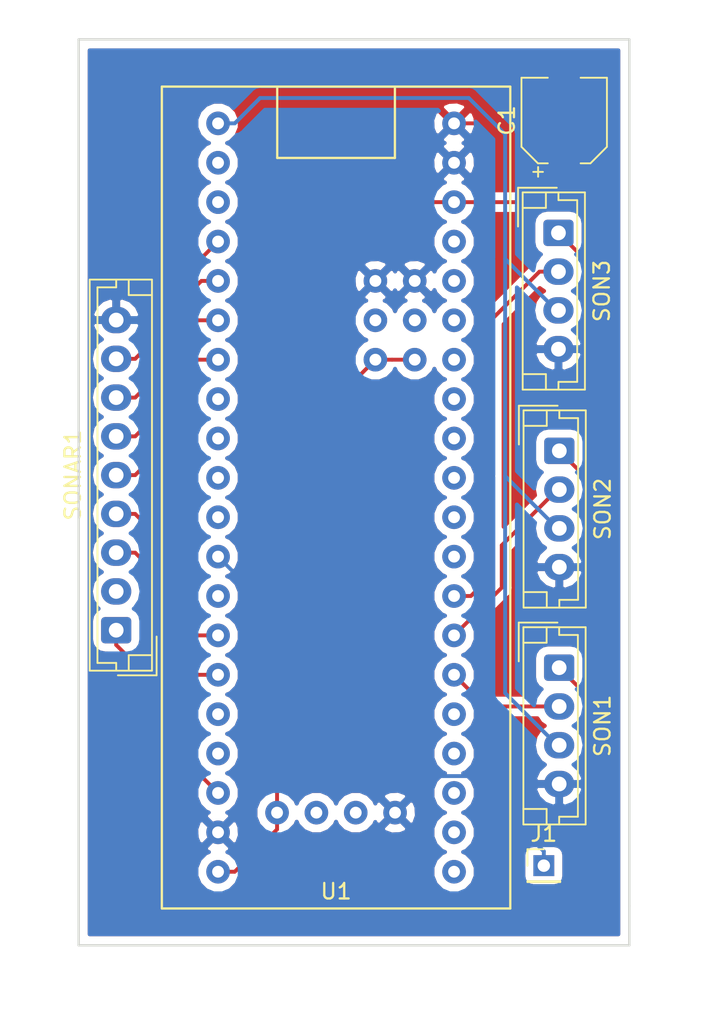
<source format=kicad_pcb>
(kicad_pcb (version 20171130) (host pcbnew "(5.0.1)-rc2")

  (general
    (thickness 1.6)
    (drawings 5)
    (tracks 93)
    (zones 0)
    (modules 7)
    (nets 41)
  )

  (page A4)
  (layers
    (0 F.Cu signal)
    (31 B.Cu signal)
    (32 B.Adhes user)
    (33 F.Adhes user)
    (34 B.Paste user)
    (35 F.Paste user)
    (36 B.SilkS user)
    (37 F.SilkS user)
    (38 B.Mask user)
    (39 F.Mask user)
    (40 Dwgs.User user)
    (41 Cmts.User user)
    (42 Eco1.User user)
    (43 Eco2.User user)
    (44 Edge.Cuts user)
    (45 Margin user)
    (46 B.CrtYd user)
    (47 F.CrtYd user)
    (48 B.Fab user)
    (49 F.Fab user)
  )

  (setup
    (last_trace_width 0.25)
    (trace_clearance 0.2)
    (zone_clearance 0.508)
    (zone_45_only no)
    (trace_min 0.2)
    (segment_width 0.2)
    (edge_width 0.15)
    (via_size 0.8)
    (via_drill 0.4)
    (via_min_size 0.4)
    (via_min_drill 0.3)
    (uvia_size 0.3)
    (uvia_drill 0.1)
    (uvias_allowed no)
    (uvia_min_size 0.2)
    (uvia_min_drill 0.1)
    (pcb_text_width 0.3)
    (pcb_text_size 1.5 1.5)
    (mod_edge_width 0.15)
    (mod_text_size 1 1)
    (mod_text_width 0.15)
    (pad_size 1.524 1.524)
    (pad_drill 0.762)
    (pad_to_mask_clearance 0.051)
    (solder_mask_min_width 0.25)
    (aux_axis_origin 0 0)
    (visible_elements FFFFFF7F)
    (pcbplotparams
      (layerselection 0x010fc_ffffffff)
      (usegerberextensions false)
      (usegerberattributes false)
      (usegerberadvancedattributes false)
      (creategerberjobfile false)
      (excludeedgelayer true)
      (linewidth 0.100000)
      (plotframeref false)
      (viasonmask false)
      (mode 1)
      (useauxorigin false)
      (hpglpennumber 1)
      (hpglpenspeed 20)
      (hpglpendiameter 15.000000)
      (psnegative false)
      (psa4output false)
      (plotreference true)
      (plotvalue true)
      (plotinvisibletext false)
      (padsonsilk false)
      (subtractmaskfromsilk false)
      (outputformat 1)
      (mirror false)
      (drillshape 1)
      (scaleselection 1)
      (outputdirectory ""))
  )

  (net 0 "")
  (net 1 /SON_INT)
  (net 2 "Net-(U1-PadPB13)")
  (net 3 "Net-(U1-PadPB14)")
  (net 4 /SONAR_UART_TX)
  (net 5 /SOAR_UART_RX)
  (net 6 "Net-(U1-PadPA11)")
  (net 7 "Net-(U1-PadPA12)")
  (net 8 "Net-(U1-PadPA15)")
  (net 9 "Net-(U1-PadPB3)")
  (net 10 "Net-(J1-Pad1)")
  (net 11 "Net-(U1-PadPB5)")
  (net 12 /SONAR_I2C_SCL)
  (net 13 /SONAR_I2C_SDA)
  (net 14 "Net-(U1-PadPB8)")
  (net 15 "Net-(U1-PadPB9)")
  (net 16 GND)
  (net 17 "Net-(C1-Pad1)")
  (net 18 "Net-(U1-PadVBAT)")
  (net 19 "Net-(U1-PadPC13)")
  (net 20 "Net-(U1-PadPC14)")
  (net 21 "Net-(U1-PadPC15)")
  (net 22 "Net-(U1-PadPA0)")
  (net 23 /SON1)
  (net 24 /SON2)
  (net 25 /SON3)
  (net 26 "Net-(U1-PadPA4)")
  (net 27 "Net-(U1-PadPA5)")
  (net 28 "Net-(U1-PadPA6)")
  (net 29 "Net-(U1-PadPA7)")
  (net 30 "Net-(U1-PadPB0)")
  (net 31 "Net-(U1-PadPB1)")
  (net 32 "Net-(U1-PadPB10)")
  (net 33 "Net-(U1-PadPB11)")
  (net 34 "Net-(U1-PadNRST)")
  (net 35 "Net-(U1-PadBOOT)")
  (net 36 "Net-(U1-PadPB2)")
  (net 37 +5V)
  (net 38 +3V3)
  (net 39 /SONAR_INT1)
  (net 40 /SONAR_RESERVE_S3)

  (net_class Default "Dies ist die voreingestellte Netzklasse."
    (clearance 0.2)
    (trace_width 0.25)
    (via_dia 0.8)
    (via_drill 0.4)
    (uvia_dia 0.3)
    (uvia_drill 0.1)
    (add_net +3V3)
    (add_net +5V)
    (add_net /SOAR_UART_RX)
    (add_net /SON1)
    (add_net /SON2)
    (add_net /SON3)
    (add_net /SONAR_I2C_SCL)
    (add_net /SONAR_I2C_SDA)
    (add_net /SONAR_INT1)
    (add_net /SONAR_RESERVE_S3)
    (add_net /SONAR_UART_TX)
    (add_net /SON_INT)
    (add_net GND)
    (add_net "Net-(C1-Pad1)")
    (add_net "Net-(J1-Pad1)")
    (add_net "Net-(U1-PadBOOT)")
    (add_net "Net-(U1-PadNRST)")
    (add_net "Net-(U1-PadPA0)")
    (add_net "Net-(U1-PadPA11)")
    (add_net "Net-(U1-PadPA12)")
    (add_net "Net-(U1-PadPA15)")
    (add_net "Net-(U1-PadPA4)")
    (add_net "Net-(U1-PadPA5)")
    (add_net "Net-(U1-PadPA6)")
    (add_net "Net-(U1-PadPA7)")
    (add_net "Net-(U1-PadPB0)")
    (add_net "Net-(U1-PadPB1)")
    (add_net "Net-(U1-PadPB10)")
    (add_net "Net-(U1-PadPB11)")
    (add_net "Net-(U1-PadPB13)")
    (add_net "Net-(U1-PadPB14)")
    (add_net "Net-(U1-PadPB2)")
    (add_net "Net-(U1-PadPB3)")
    (add_net "Net-(U1-PadPB5)")
    (add_net "Net-(U1-PadPB8)")
    (add_net "Net-(U1-PadPB9)")
    (add_net "Net-(U1-PadPC13)")
    (add_net "Net-(U1-PadPC14)")
    (add_net "Net-(U1-PadPC15)")
    (add_net "Net-(U1-PadVBAT)")
  )

  (module Capacitor_SMD:CP_Elec_5x5.3 (layer F.Cu) (tedit 5B3026A2) (tstamp 5E2A2278)
    (at 165.97376 68.7324 90)
    (descr "SMT capacitor, aluminium electrolytic, 5x5.3, Nichicon ")
    (tags "Capacitor Electrolytic")
    (path /5E5EC944)
    (attr smd)
    (fp_text reference C1 (at 0 -3.7 90) (layer F.SilkS)
      (effects (font (size 1 1) (thickness 0.15)))
    )
    (fp_text value CP (at 0 3.7 90) (layer F.Fab)
      (effects (font (size 1 1) (thickness 0.15)))
    )
    (fp_circle (center 0 0) (end 2.5 0) (layer F.Fab) (width 0.1))
    (fp_line (start 2.65 -2.65) (end 2.65 2.65) (layer F.Fab) (width 0.1))
    (fp_line (start -1.65 -2.65) (end 2.65 -2.65) (layer F.Fab) (width 0.1))
    (fp_line (start -1.65 2.65) (end 2.65 2.65) (layer F.Fab) (width 0.1))
    (fp_line (start -2.65 -1.65) (end -2.65 1.65) (layer F.Fab) (width 0.1))
    (fp_line (start -2.65 -1.65) (end -1.65 -2.65) (layer F.Fab) (width 0.1))
    (fp_line (start -2.65 1.65) (end -1.65 2.65) (layer F.Fab) (width 0.1))
    (fp_line (start -2.033956 -1.2) (end -1.533956 -1.2) (layer F.Fab) (width 0.1))
    (fp_line (start -1.783956 -1.45) (end -1.783956 -0.95) (layer F.Fab) (width 0.1))
    (fp_line (start 2.76 2.76) (end 2.76 1.06) (layer F.SilkS) (width 0.12))
    (fp_line (start 2.76 -2.76) (end 2.76 -1.06) (layer F.SilkS) (width 0.12))
    (fp_line (start -1.695563 -2.76) (end 2.76 -2.76) (layer F.SilkS) (width 0.12))
    (fp_line (start -1.695563 2.76) (end 2.76 2.76) (layer F.SilkS) (width 0.12))
    (fp_line (start -2.76 1.695563) (end -2.76 1.06) (layer F.SilkS) (width 0.12))
    (fp_line (start -2.76 -1.695563) (end -2.76 -1.06) (layer F.SilkS) (width 0.12))
    (fp_line (start -2.76 -1.695563) (end -1.695563 -2.76) (layer F.SilkS) (width 0.12))
    (fp_line (start -2.76 1.695563) (end -1.695563 2.76) (layer F.SilkS) (width 0.12))
    (fp_line (start -3.625 -1.685) (end -3 -1.685) (layer F.SilkS) (width 0.12))
    (fp_line (start -3.3125 -1.9975) (end -3.3125 -1.3725) (layer F.SilkS) (width 0.12))
    (fp_line (start 2.9 -2.9) (end 2.9 -1.05) (layer F.CrtYd) (width 0.05))
    (fp_line (start 2.9 -1.05) (end 3.95 -1.05) (layer F.CrtYd) (width 0.05))
    (fp_line (start 3.95 -1.05) (end 3.95 1.05) (layer F.CrtYd) (width 0.05))
    (fp_line (start 3.95 1.05) (end 2.9 1.05) (layer F.CrtYd) (width 0.05))
    (fp_line (start 2.9 1.05) (end 2.9 2.9) (layer F.CrtYd) (width 0.05))
    (fp_line (start -1.75 2.9) (end 2.9 2.9) (layer F.CrtYd) (width 0.05))
    (fp_line (start -1.75 -2.9) (end 2.9 -2.9) (layer F.CrtYd) (width 0.05))
    (fp_line (start -2.9 1.75) (end -1.75 2.9) (layer F.CrtYd) (width 0.05))
    (fp_line (start -2.9 -1.75) (end -1.75 -2.9) (layer F.CrtYd) (width 0.05))
    (fp_line (start -2.9 -1.75) (end -2.9 -1.05) (layer F.CrtYd) (width 0.05))
    (fp_line (start -2.9 1.05) (end -2.9 1.75) (layer F.CrtYd) (width 0.05))
    (fp_line (start -2.9 -1.05) (end -3.95 -1.05) (layer F.CrtYd) (width 0.05))
    (fp_line (start -3.95 -1.05) (end -3.95 1.05) (layer F.CrtYd) (width 0.05))
    (fp_line (start -3.95 1.05) (end -2.9 1.05) (layer F.CrtYd) (width 0.05))
    (fp_text user %R (at 0 0 90) (layer F.Fab)
      (effects (font (size 1 1) (thickness 0.15)))
    )
    (pad 1 smd rect (at -2.2 0 90) (size 3 1.6) (layers F.Cu F.Paste F.Mask)
      (net 17 "Net-(C1-Pad1)"))
    (pad 2 smd rect (at 2.2 0 90) (size 3 1.6) (layers F.Cu F.Paste F.Mask)
      (net 16 GND))
    (model ${KISYS3DMOD}/Capacitor_SMD.3dshapes/CP_Elec_5x5.3.wrl
      (at (xyz 0 0 0))
      (scale (xyz 1 1 1))
      (rotate (xyz 0 0 0))
    )
  )

  (module Connector_JST:JST_EH_B04B-EH-A_1x04_P2.50mm_Vertical (layer F.Cu) (tedit 5B772AC7) (tstamp 5E2A2250)
    (at 165.60292 75.97648 270)
    (descr "JST EH series connector, B04B-EH-A (http://www.jst-mfg.com/product/pdf/eng/eEH.pdf), generated with kicad-footprint-generator")
    (tags "connector JST EH side entry")
    (path /5E5D5F85)
    (fp_text reference SON3 (at 3.75 -2.8 270) (layer F.SilkS)
      (effects (font (size 1 1) (thickness 0.15)))
    )
    (fp_text value Conn_01x04 (at 3.75 3.4 270) (layer F.Fab)
      (effects (font (size 1 1) (thickness 0.15)))
    )
    (fp_line (start -2.5 -1.6) (end -2.5 2.2) (layer F.Fab) (width 0.1))
    (fp_line (start -2.5 2.2) (end 10 2.2) (layer F.Fab) (width 0.1))
    (fp_line (start 10 2.2) (end 10 -1.6) (layer F.Fab) (width 0.1))
    (fp_line (start 10 -1.6) (end -2.5 -1.6) (layer F.Fab) (width 0.1))
    (fp_line (start -3 -2.1) (end -3 2.7) (layer F.CrtYd) (width 0.05))
    (fp_line (start -3 2.7) (end 10.5 2.7) (layer F.CrtYd) (width 0.05))
    (fp_line (start 10.5 2.7) (end 10.5 -2.1) (layer F.CrtYd) (width 0.05))
    (fp_line (start 10.5 -2.1) (end -3 -2.1) (layer F.CrtYd) (width 0.05))
    (fp_line (start -2.61 -1.71) (end -2.61 2.31) (layer F.SilkS) (width 0.12))
    (fp_line (start -2.61 2.31) (end 10.11 2.31) (layer F.SilkS) (width 0.12))
    (fp_line (start 10.11 2.31) (end 10.11 -1.71) (layer F.SilkS) (width 0.12))
    (fp_line (start 10.11 -1.71) (end -2.61 -1.71) (layer F.SilkS) (width 0.12))
    (fp_line (start -2.61 0) (end -2.11 0) (layer F.SilkS) (width 0.12))
    (fp_line (start -2.11 0) (end -2.11 -1.21) (layer F.SilkS) (width 0.12))
    (fp_line (start -2.11 -1.21) (end 9.61 -1.21) (layer F.SilkS) (width 0.12))
    (fp_line (start 9.61 -1.21) (end 9.61 0) (layer F.SilkS) (width 0.12))
    (fp_line (start 9.61 0) (end 10.11 0) (layer F.SilkS) (width 0.12))
    (fp_line (start -2.61 0.81) (end -1.61 0.81) (layer F.SilkS) (width 0.12))
    (fp_line (start -1.61 0.81) (end -1.61 2.31) (layer F.SilkS) (width 0.12))
    (fp_line (start 10.11 0.81) (end 9.11 0.81) (layer F.SilkS) (width 0.12))
    (fp_line (start 9.11 0.81) (end 9.11 2.31) (layer F.SilkS) (width 0.12))
    (fp_line (start -2.91 0.11) (end -2.91 2.61) (layer F.SilkS) (width 0.12))
    (fp_line (start -2.91 2.61) (end -0.41 2.61) (layer F.SilkS) (width 0.12))
    (fp_line (start -2.91 0.11) (end -2.91 2.61) (layer F.Fab) (width 0.1))
    (fp_line (start -2.91 2.61) (end -0.41 2.61) (layer F.Fab) (width 0.1))
    (fp_text user %R (at 3.75 1.5 270) (layer F.Fab)
      (effects (font (size 1 1) (thickness 0.15)))
    )
    (pad 1 thru_hole roundrect (at 0 0 270) (size 1.7 1.95) (drill 0.95) (layers *.Cu *.Mask) (roundrect_rratio 0.147059)
      (net 37 +5V))
    (pad 2 thru_hole oval (at 2.5 0 270) (size 1.7 1.95) (drill 0.95) (layers *.Cu *.Mask)
      (net 25 /SON3))
    (pad 3 thru_hole oval (at 5 0 270) (size 1.7 1.95) (drill 0.95) (layers *.Cu *.Mask)
      (net 1 /SON_INT))
    (pad 4 thru_hole oval (at 7.5 0 270) (size 1.7 1.95) (drill 0.95) (layers *.Cu *.Mask)
      (net 16 GND))
    (model ${KISYS3DMOD}/Connector_JST.3dshapes/JST_EH_B04B-EH-A_1x04_P2.50mm_Vertical.wrl
      (at (xyz 0 0 0))
      (scale (xyz 1 1 1))
      (rotate (xyz 0 0 0))
    )
  )

  (module Connector_JST:JST_EH_B04B-EH-A_1x04_P2.50mm_Vertical (layer F.Cu) (tedit 5B772AC7) (tstamp 5E2A222E)
    (at 165.6588 90.03284 270)
    (descr "JST EH series connector, B04B-EH-A (http://www.jst-mfg.com/product/pdf/eng/eEH.pdf), generated with kicad-footprint-generator")
    (tags "connector JST EH side entry")
    (path /5E5D5EF8)
    (fp_text reference SON2 (at 3.75 -2.8 270) (layer F.SilkS)
      (effects (font (size 1 1) (thickness 0.15)))
    )
    (fp_text value Conn_01x04 (at 3.75 3.4 270) (layer F.Fab)
      (effects (font (size 1 1) (thickness 0.15)))
    )
    (fp_text user %R (at 3.75 1.5 270) (layer F.Fab)
      (effects (font (size 1 1) (thickness 0.15)))
    )
    (fp_line (start -2.91 2.61) (end -0.41 2.61) (layer F.Fab) (width 0.1))
    (fp_line (start -2.91 0.11) (end -2.91 2.61) (layer F.Fab) (width 0.1))
    (fp_line (start -2.91 2.61) (end -0.41 2.61) (layer F.SilkS) (width 0.12))
    (fp_line (start -2.91 0.11) (end -2.91 2.61) (layer F.SilkS) (width 0.12))
    (fp_line (start 9.11 0.81) (end 9.11 2.31) (layer F.SilkS) (width 0.12))
    (fp_line (start 10.11 0.81) (end 9.11 0.81) (layer F.SilkS) (width 0.12))
    (fp_line (start -1.61 0.81) (end -1.61 2.31) (layer F.SilkS) (width 0.12))
    (fp_line (start -2.61 0.81) (end -1.61 0.81) (layer F.SilkS) (width 0.12))
    (fp_line (start 9.61 0) (end 10.11 0) (layer F.SilkS) (width 0.12))
    (fp_line (start 9.61 -1.21) (end 9.61 0) (layer F.SilkS) (width 0.12))
    (fp_line (start -2.11 -1.21) (end 9.61 -1.21) (layer F.SilkS) (width 0.12))
    (fp_line (start -2.11 0) (end -2.11 -1.21) (layer F.SilkS) (width 0.12))
    (fp_line (start -2.61 0) (end -2.11 0) (layer F.SilkS) (width 0.12))
    (fp_line (start 10.11 -1.71) (end -2.61 -1.71) (layer F.SilkS) (width 0.12))
    (fp_line (start 10.11 2.31) (end 10.11 -1.71) (layer F.SilkS) (width 0.12))
    (fp_line (start -2.61 2.31) (end 10.11 2.31) (layer F.SilkS) (width 0.12))
    (fp_line (start -2.61 -1.71) (end -2.61 2.31) (layer F.SilkS) (width 0.12))
    (fp_line (start 10.5 -2.1) (end -3 -2.1) (layer F.CrtYd) (width 0.05))
    (fp_line (start 10.5 2.7) (end 10.5 -2.1) (layer F.CrtYd) (width 0.05))
    (fp_line (start -3 2.7) (end 10.5 2.7) (layer F.CrtYd) (width 0.05))
    (fp_line (start -3 -2.1) (end -3 2.7) (layer F.CrtYd) (width 0.05))
    (fp_line (start 10 -1.6) (end -2.5 -1.6) (layer F.Fab) (width 0.1))
    (fp_line (start 10 2.2) (end 10 -1.6) (layer F.Fab) (width 0.1))
    (fp_line (start -2.5 2.2) (end 10 2.2) (layer F.Fab) (width 0.1))
    (fp_line (start -2.5 -1.6) (end -2.5 2.2) (layer F.Fab) (width 0.1))
    (pad 4 thru_hole oval (at 7.5 0 270) (size 1.7 1.95) (drill 0.95) (layers *.Cu *.Mask)
      (net 16 GND))
    (pad 3 thru_hole oval (at 5 0 270) (size 1.7 1.95) (drill 0.95) (layers *.Cu *.Mask)
      (net 1 /SON_INT))
    (pad 2 thru_hole oval (at 2.5 0 270) (size 1.7 1.95) (drill 0.95) (layers *.Cu *.Mask)
      (net 24 /SON2))
    (pad 1 thru_hole roundrect (at 0 0 270) (size 1.7 1.95) (drill 0.95) (layers *.Cu *.Mask) (roundrect_rratio 0.147059)
      (net 37 +5V))
    (model ${KISYS3DMOD}/Connector_JST.3dshapes/JST_EH_B04B-EH-A_1x04_P2.50mm_Vertical.wrl
      (at (xyz 0 0 0))
      (scale (xyz 1 1 1))
      (rotate (xyz 0 0 0))
    )
  )

  (module Connector_JST:JST_EH_B04B-EH-A_1x04_P2.50mm_Vertical (layer F.Cu) (tedit 5B772AC7) (tstamp 5E2A220C)
    (at 165.64864 104.01808 270)
    (descr "JST EH series connector, B04B-EH-A (http://www.jst-mfg.com/product/pdf/eng/eEH.pdf), generated with kicad-footprint-generator")
    (tags "connector JST EH side entry")
    (path /5E5D5E93)
    (fp_text reference SON1 (at 3.75 -2.8 270) (layer F.SilkS)
      (effects (font (size 1 1) (thickness 0.15)))
    )
    (fp_text value Conn_01x04 (at 3.75 3.4 270) (layer F.Fab)
      (effects (font (size 1 1) (thickness 0.15)))
    )
    (fp_line (start -2.5 -1.6) (end -2.5 2.2) (layer F.Fab) (width 0.1))
    (fp_line (start -2.5 2.2) (end 10 2.2) (layer F.Fab) (width 0.1))
    (fp_line (start 10 2.2) (end 10 -1.6) (layer F.Fab) (width 0.1))
    (fp_line (start 10 -1.6) (end -2.5 -1.6) (layer F.Fab) (width 0.1))
    (fp_line (start -3 -2.1) (end -3 2.7) (layer F.CrtYd) (width 0.05))
    (fp_line (start -3 2.7) (end 10.5 2.7) (layer F.CrtYd) (width 0.05))
    (fp_line (start 10.5 2.7) (end 10.5 -2.1) (layer F.CrtYd) (width 0.05))
    (fp_line (start 10.5 -2.1) (end -3 -2.1) (layer F.CrtYd) (width 0.05))
    (fp_line (start -2.61 -1.71) (end -2.61 2.31) (layer F.SilkS) (width 0.12))
    (fp_line (start -2.61 2.31) (end 10.11 2.31) (layer F.SilkS) (width 0.12))
    (fp_line (start 10.11 2.31) (end 10.11 -1.71) (layer F.SilkS) (width 0.12))
    (fp_line (start 10.11 -1.71) (end -2.61 -1.71) (layer F.SilkS) (width 0.12))
    (fp_line (start -2.61 0) (end -2.11 0) (layer F.SilkS) (width 0.12))
    (fp_line (start -2.11 0) (end -2.11 -1.21) (layer F.SilkS) (width 0.12))
    (fp_line (start -2.11 -1.21) (end 9.61 -1.21) (layer F.SilkS) (width 0.12))
    (fp_line (start 9.61 -1.21) (end 9.61 0) (layer F.SilkS) (width 0.12))
    (fp_line (start 9.61 0) (end 10.11 0) (layer F.SilkS) (width 0.12))
    (fp_line (start -2.61 0.81) (end -1.61 0.81) (layer F.SilkS) (width 0.12))
    (fp_line (start -1.61 0.81) (end -1.61 2.31) (layer F.SilkS) (width 0.12))
    (fp_line (start 10.11 0.81) (end 9.11 0.81) (layer F.SilkS) (width 0.12))
    (fp_line (start 9.11 0.81) (end 9.11 2.31) (layer F.SilkS) (width 0.12))
    (fp_line (start -2.91 0.11) (end -2.91 2.61) (layer F.SilkS) (width 0.12))
    (fp_line (start -2.91 2.61) (end -0.41 2.61) (layer F.SilkS) (width 0.12))
    (fp_line (start -2.91 0.11) (end -2.91 2.61) (layer F.Fab) (width 0.1))
    (fp_line (start -2.91 2.61) (end -0.41 2.61) (layer F.Fab) (width 0.1))
    (fp_text user %R (at 3.75 1.5 270) (layer F.Fab)
      (effects (font (size 1 1) (thickness 0.15)))
    )
    (pad 1 thru_hole roundrect (at 0 0 270) (size 1.7 1.95) (drill 0.95) (layers *.Cu *.Mask) (roundrect_rratio 0.147059)
      (net 37 +5V))
    (pad 2 thru_hole oval (at 2.5 0 270) (size 1.7 1.95) (drill 0.95) (layers *.Cu *.Mask)
      (net 23 /SON1))
    (pad 3 thru_hole oval (at 5 0 270) (size 1.7 1.95) (drill 0.95) (layers *.Cu *.Mask)
      (net 1 /SON_INT))
    (pad 4 thru_hole oval (at 7.5 0 270) (size 1.7 1.95) (drill 0.95) (layers *.Cu *.Mask)
      (net 16 GND))
    (model ${KISYS3DMOD}/Connector_JST.3dshapes/JST_EH_B04B-EH-A_1x04_P2.50mm_Vertical.wrl
      (at (xyz 0 0 0))
      (scale (xyz 1 1 1))
      (rotate (xyz 0 0 0))
    )
  )

  (module Connector_JST:JST_EH_B09B-EH-A_1x09_P2.50mm_Vertical (layer F.Cu) (tedit 5B772AC7) (tstamp 5E2A21EA)
    (at 137.04316 101.60004 90)
    (descr "JST EH series connector, B09B-EH-A (http://www.jst-mfg.com/product/pdf/eng/eEH.pdf), generated with kicad-footprint-generator")
    (tags "connector JST EH side entry")
    (path /5E5D4B1F)
    (fp_text reference SONAR1 (at 10 -2.8 90) (layer F.SilkS)
      (effects (font (size 1 1) (thickness 0.15)))
    )
    (fp_text value Conn_01x09 (at 10 3.4 90) (layer F.Fab)
      (effects (font (size 1 1) (thickness 0.15)))
    )
    (fp_line (start -2.5 -1.6) (end -2.5 2.2) (layer F.Fab) (width 0.1))
    (fp_line (start -2.5 2.2) (end 22.5 2.2) (layer F.Fab) (width 0.1))
    (fp_line (start 22.5 2.2) (end 22.5 -1.6) (layer F.Fab) (width 0.1))
    (fp_line (start 22.5 -1.6) (end -2.5 -1.6) (layer F.Fab) (width 0.1))
    (fp_line (start -3 -2.1) (end -3 2.7) (layer F.CrtYd) (width 0.05))
    (fp_line (start -3 2.7) (end 23 2.7) (layer F.CrtYd) (width 0.05))
    (fp_line (start 23 2.7) (end 23 -2.1) (layer F.CrtYd) (width 0.05))
    (fp_line (start 23 -2.1) (end -3 -2.1) (layer F.CrtYd) (width 0.05))
    (fp_line (start -2.61 -1.71) (end -2.61 2.31) (layer F.SilkS) (width 0.12))
    (fp_line (start -2.61 2.31) (end 22.61 2.31) (layer F.SilkS) (width 0.12))
    (fp_line (start 22.61 2.31) (end 22.61 -1.71) (layer F.SilkS) (width 0.12))
    (fp_line (start 22.61 -1.71) (end -2.61 -1.71) (layer F.SilkS) (width 0.12))
    (fp_line (start -2.61 0) (end -2.11 0) (layer F.SilkS) (width 0.12))
    (fp_line (start -2.11 0) (end -2.11 -1.21) (layer F.SilkS) (width 0.12))
    (fp_line (start -2.11 -1.21) (end 22.11 -1.21) (layer F.SilkS) (width 0.12))
    (fp_line (start 22.11 -1.21) (end 22.11 0) (layer F.SilkS) (width 0.12))
    (fp_line (start 22.11 0) (end 22.61 0) (layer F.SilkS) (width 0.12))
    (fp_line (start -2.61 0.81) (end -1.61 0.81) (layer F.SilkS) (width 0.12))
    (fp_line (start -1.61 0.81) (end -1.61 2.31) (layer F.SilkS) (width 0.12))
    (fp_line (start 22.61 0.81) (end 21.61 0.81) (layer F.SilkS) (width 0.12))
    (fp_line (start 21.61 0.81) (end 21.61 2.31) (layer F.SilkS) (width 0.12))
    (fp_line (start -2.91 0.11) (end -2.91 2.61) (layer F.SilkS) (width 0.12))
    (fp_line (start -2.91 2.61) (end -0.41 2.61) (layer F.SilkS) (width 0.12))
    (fp_line (start -2.91 0.11) (end -2.91 2.61) (layer F.Fab) (width 0.1))
    (fp_line (start -2.91 2.61) (end -0.41 2.61) (layer F.Fab) (width 0.1))
    (fp_text user %R (at 10 1.5 90) (layer F.Fab)
      (effects (font (size 1 1) (thickness 0.15)))
    )
    (pad 1 thru_hole roundrect (at 0 0 90) (size 1.7 1.95) (drill 0.95) (layers *.Cu *.Mask) (roundrect_rratio 0.147059)
      (net 37 +5V))
    (pad 2 thru_hole oval (at 2.5 0 90) (size 1.7 1.95) (drill 0.95) (layers *.Cu *.Mask)
      (net 38 +3V3))
    (pad 3 thru_hole oval (at 5 0 90) (size 1.7 1.95) (drill 0.95) (layers *.Cu *.Mask)
      (net 13 /SONAR_I2C_SDA))
    (pad 4 thru_hole oval (at 7.5 0 90) (size 1.7 1.95) (drill 0.95) (layers *.Cu *.Mask)
      (net 12 /SONAR_I2C_SCL))
    (pad 5 thru_hole oval (at 10 0 90) (size 1.7 1.95) (drill 0.95) (layers *.Cu *.Mask)
      (net 5 /SOAR_UART_RX))
    (pad 6 thru_hole oval (at 12.5 0 90) (size 1.7 1.95) (drill 0.95) (layers *.Cu *.Mask)
      (net 4 /SONAR_UART_TX))
    (pad 7 thru_hole oval (at 15 0 90) (size 1.7 1.95) (drill 0.95) (layers *.Cu *.Mask)
      (net 39 /SONAR_INT1))
    (pad 8 thru_hole oval (at 17.5 0 90) (size 1.7 1.95) (drill 0.95) (layers *.Cu *.Mask)
      (net 40 /SONAR_RESERVE_S3))
    (pad 9 thru_hole oval (at 20 0 90) (size 1.7 1.95) (drill 0.95) (layers *.Cu *.Mask)
      (net 16 GND))
    (model ${KISYS3DMOD}/Connector_JST.3dshapes/JST_EH_B09B-EH-A_1x09_P2.50mm_Vertical.wrl
      (at (xyz 0 0 0))
      (scale (xyz 1 1 1))
      (rotate (xyz 0 0 0))
    )
  )

  (module Connector_PinHeader_2.00mm:PinHeader_1x01_P2.00mm_Vertical (layer F.Cu) (tedit 59FED667) (tstamp 5E2A21C3)
    (at 164.65804 116.78412)
    (descr "Through hole straight pin header, 1x01, 2.00mm pitch, single row")
    (tags "Through hole pin header THT 1x01 2.00mm single row")
    (path /5E5EA17A)
    (fp_text reference J1 (at 0 -2.06) (layer F.SilkS)
      (effects (font (size 1 1) (thickness 0.15)))
    )
    (fp_text value Conn_01x01_Male (at 0 2.06) (layer F.Fab)
      (effects (font (size 1 1) (thickness 0.15)))
    )
    (fp_line (start -0.5 -1) (end 1 -1) (layer F.Fab) (width 0.1))
    (fp_line (start 1 -1) (end 1 1) (layer F.Fab) (width 0.1))
    (fp_line (start 1 1) (end -1 1) (layer F.Fab) (width 0.1))
    (fp_line (start -1 1) (end -1 -0.5) (layer F.Fab) (width 0.1))
    (fp_line (start -1 -0.5) (end -0.5 -1) (layer F.Fab) (width 0.1))
    (fp_line (start -1.06 1.06) (end 1.06 1.06) (layer F.SilkS) (width 0.12))
    (fp_line (start -1.06 1) (end -1.06 1.06) (layer F.SilkS) (width 0.12))
    (fp_line (start 1.06 1) (end 1.06 1.06) (layer F.SilkS) (width 0.12))
    (fp_line (start -1.06 1) (end 1.06 1) (layer F.SilkS) (width 0.12))
    (fp_line (start -1.06 0) (end -1.06 -1.06) (layer F.SilkS) (width 0.12))
    (fp_line (start -1.06 -1.06) (end 0 -1.06) (layer F.SilkS) (width 0.12))
    (fp_line (start -1.5 -1.5) (end -1.5 1.5) (layer F.CrtYd) (width 0.05))
    (fp_line (start -1.5 1.5) (end 1.5 1.5) (layer F.CrtYd) (width 0.05))
    (fp_line (start 1.5 1.5) (end 1.5 -1.5) (layer F.CrtYd) (width 0.05))
    (fp_line (start 1.5 -1.5) (end -1.5 -1.5) (layer F.CrtYd) (width 0.05))
    (fp_text user %R (at 0 0 90) (layer F.Fab)
      (effects (font (size 1 1) (thickness 0.15)))
    )
    (pad 1 thru_hole rect (at 0 0) (size 1.35 1.35) (drill 0.8) (layers *.Cu *.Mask)
      (net 10 "Net-(J1-Pad1)"))
    (model ${KISYS3DMOD}/Connector_PinHeader_2.00mm.3dshapes/PinHeader_1x01_P2.00mm_Vertical.wrl
      (at (xyz 0 0 0))
      (scale (xyz 1 1 1))
      (rotate (xyz 0 0 0))
    )
  )

  (module Module:BLUEPILL (layer F.Cu) (tedit 58714A34) (tstamp 5E2A21AE)
    (at 151.24176 93.04528)
    (path /5E5F3F3E)
    (fp_text reference U1 (at 0 25.4) (layer F.SilkS)
      (effects (font (size 1 1) (thickness 0.15)))
    )
    (fp_text value BP (at 0 -24.1) (layer F.Fab)
      (effects (font (size 1 1) (thickness 0.15)))
    )
    (fp_line (start -3.8 -26.4) (end -3.8 -21.9) (layer F.SilkS) (width 0.15))
    (fp_line (start -3.8 -21.9) (end 3.8 -21.9) (layer F.SilkS) (width 0.15))
    (fp_line (start 3.8 -21.9) (end 3.8 -26.4) (layer F.SilkS) (width 0.15))
    (fp_line (start -11.25 -26.5) (end 11.25 -26.5) (layer F.SilkS) (width 0.15))
    (fp_line (start 11.25 -26.5) (end 11.25 26.5) (layer F.SilkS) (width 0.15))
    (fp_line (start 11.25 26.5) (end -11.25 26.5) (layer F.SilkS) (width 0.15))
    (fp_line (start -11.25 26.5) (end -11.25 -26.5) (layer F.SilkS) (width 0.15))
    (pad PB12 thru_hole circle (at -7.62 -24.13) (size 1.524 1.524) (drill 0.762) (layers *.Cu *.Mask)
      (net 1 /SON_INT))
    (pad PB13 thru_hole circle (at -7.62 -21.59) (size 1.524 1.524) (drill 0.762) (layers *.Cu *.Mask)
      (net 2 "Net-(U1-PadPB13)"))
    (pad PB14 thru_hole circle (at -7.62 -19.05) (size 1.524 1.524) (drill 0.762) (layers *.Cu *.Mask)
      (net 3 "Net-(U1-PadPB14)"))
    (pad PB15 thru_hole circle (at -7.62 -16.51) (size 1.524 1.524) (drill 0.762) (layers *.Cu *.Mask)
      (net 40 /SONAR_RESERVE_S3))
    (pad PA8 thru_hole circle (at -7.62 -13.97) (size 1.524 1.524) (drill 0.762) (layers *.Cu *.Mask)
      (net 39 /SONAR_INT1))
    (pad PA9 thru_hole circle (at -7.62 -11.43) (size 1.524 1.524) (drill 0.762) (layers *.Cu *.Mask)
      (net 4 /SONAR_UART_TX))
    (pad PA10 thru_hole circle (at -7.62 -8.89) (size 1.524 1.524) (drill 0.762) (layers *.Cu *.Mask)
      (net 5 /SOAR_UART_RX))
    (pad PA11 thru_hole circle (at -7.62 -6.35) (size 1.524 1.524) (drill 0.762) (layers *.Cu *.Mask)
      (net 6 "Net-(U1-PadPA11)"))
    (pad PA12 thru_hole circle (at -7.62 -3.81) (size 1.524 1.524) (drill 0.762) (layers *.Cu *.Mask)
      (net 7 "Net-(U1-PadPA12)"))
    (pad PA15 thru_hole circle (at -7.62 -1.27) (size 1.524 1.524) (drill 0.762) (layers *.Cu *.Mask)
      (net 8 "Net-(U1-PadPA15)"))
    (pad PB3 thru_hole circle (at -7.62 1.27) (size 1.524 1.524) (drill 0.762) (layers *.Cu *.Mask)
      (net 9 "Net-(U1-PadPB3)"))
    (pad PB4 thru_hole circle (at -7.62 3.81) (size 1.524 1.524) (drill 0.762) (layers *.Cu *.Mask)
      (net 10 "Net-(J1-Pad1)"))
    (pad PB5 thru_hole circle (at -7.62 6.35) (size 1.524 1.524) (drill 0.762) (layers *.Cu *.Mask)
      (net 11 "Net-(U1-PadPB5)"))
    (pad PB6 thru_hole circle (at -7.62 8.89) (size 1.524 1.524) (drill 0.762) (layers *.Cu *.Mask)
      (net 12 /SONAR_I2C_SCL))
    (pad PB7 thru_hole circle (at -7.62 11.43) (size 1.524 1.524) (drill 0.762) (layers *.Cu *.Mask)
      (net 13 /SONAR_I2C_SDA))
    (pad PB8 thru_hole circle (at -7.62 13.97) (size 1.524 1.524) (drill 0.762) (layers *.Cu *.Mask)
      (net 14 "Net-(U1-PadPB8)"))
    (pad PB9 thru_hole circle (at -7.62 16.51) (size 1.524 1.524) (drill 0.762) (layers *.Cu *.Mask)
      (net 15 "Net-(U1-PadPB9)"))
    (pad G thru_hole circle (at -7.62 21.59) (size 1.524 1.524) (drill 0.762) (layers *.Cu *.Mask)
      (net 16 GND))
    (pad 3V3 thru_hole circle (at -7.62 24.13) (size 1.524 1.524) (drill 0.762) (layers *.Cu *.Mask)
      (net 17 "Net-(C1-Pad1)"))
    (pad VBAT thru_hole circle (at 7.62 24.13) (size 1.524 1.524) (drill 0.762) (layers *.Cu *.Mask)
      (net 18 "Net-(U1-PadVBAT)"))
    (pad PC13 thru_hole circle (at 7.62 21.59) (size 1.524 1.524) (drill 0.762) (layers *.Cu *.Mask)
      (net 19 "Net-(U1-PadPC13)"))
    (pad PC14 thru_hole circle (at 7.62 19.05) (size 1.524 1.524) (drill 0.762) (layers *.Cu *.Mask)
      (net 20 "Net-(U1-PadPC14)"))
    (pad PC15 thru_hole circle (at 7.62 16.51) (size 1.524 1.524) (drill 0.762) (layers *.Cu *.Mask)
      (net 21 "Net-(U1-PadPC15)"))
    (pad PA0 thru_hole circle (at 7.62 13.97) (size 1.524 1.524) (drill 0.762) (layers *.Cu *.Mask)
      (net 22 "Net-(U1-PadPA0)"))
    (pad PA1 thru_hole circle (at 7.62 11.43) (size 1.524 1.524) (drill 0.762) (layers *.Cu *.Mask)
      (net 23 /SON1))
    (pad PA2 thru_hole circle (at 7.62 8.89) (size 1.524 1.524) (drill 0.762) (layers *.Cu *.Mask)
      (net 24 /SON2))
    (pad PA3 thru_hole circle (at 7.62 6.35) (size 1.524 1.524) (drill 0.762) (layers *.Cu *.Mask)
      (net 25 /SON3))
    (pad PA4 thru_hole circle (at 7.62 3.81) (size 1.524 1.524) (drill 0.762) (layers *.Cu *.Mask)
      (net 26 "Net-(U1-PadPA4)"))
    (pad PA5 thru_hole circle (at 7.62 1.27) (size 1.524 1.524) (drill 0.762) (layers *.Cu *.Mask)
      (net 27 "Net-(U1-PadPA5)"))
    (pad PA6 thru_hole circle (at 7.62 -1.27) (size 1.524 1.524) (drill 0.762) (layers *.Cu *.Mask)
      (net 28 "Net-(U1-PadPA6)"))
    (pad PA7 thru_hole circle (at 7.62 -3.81) (size 1.524 1.524) (drill 0.762) (layers *.Cu *.Mask)
      (net 29 "Net-(U1-PadPA7)"))
    (pad PB0 thru_hole circle (at 7.62 -6.35) (size 1.524 1.524) (drill 0.762) (layers *.Cu *.Mask)
      (net 30 "Net-(U1-PadPB0)"))
    (pad PB1 thru_hole circle (at 7.62 -8.89) (size 1.524 1.524) (drill 0.762) (layers *.Cu *.Mask)
      (net 31 "Net-(U1-PadPB1)"))
    (pad PB10 thru_hole circle (at 7.62 -11.43) (size 1.524 1.524) (drill 0.762) (layers *.Cu *.Mask)
      (net 32 "Net-(U1-PadPB10)"))
    (pad PB11 thru_hole circle (at 7.62 -13.97) (size 1.524 1.524) (drill 0.762) (layers *.Cu *.Mask)
      (net 33 "Net-(U1-PadPB11)"))
    (pad NRST thru_hole circle (at 7.62 -16.51) (size 1.524 1.524) (drill 0.762) (layers *.Cu *.Mask)
      (net 34 "Net-(U1-PadNRST)"))
    (pad 3V3 thru_hole circle (at 7.62 -19.05) (size 1.524 1.524) (drill 0.762) (layers *.Cu *.Mask)
      (net 17 "Net-(C1-Pad1)"))
    (pad G thru_hole circle (at 7.62 -21.59) (size 1.524 1.524) (drill 0.762) (layers *.Cu *.Mask)
      (net 16 GND))
    (pad G thru_hole circle (at 7.62 -24.13) (size 1.524 1.524) (drill 0.762) (layers *.Cu *.Mask)
      (net 16 GND))
    (pad 3V3 thru_hole circle (at -3.81 20.32) (size 1.524 1.524) (drill 0.762) (layers *.Cu *.Mask)
      (net 17 "Net-(C1-Pad1)"))
    (pad PA13 thru_hole circle (at -1.27 20.32) (size 1.524 1.524) (drill 0.762) (layers *.Cu *.Mask))
    (pad PA14 thru_hole circle (at 1.27 20.32) (size 1.524 1.524) (drill 0.762) (layers *.Cu *.Mask))
    (pad G thru_hole circle (at 3.81 20.32) (size 1.524 1.524) (drill 0.762) (layers *.Cu *.Mask)
      (net 16 GND))
    (pad G thru_hole circle (at 5.08 -13.97) (size 1.524 1.524) (drill 0.762) (layers *.Cu *.Mask)
      (net 16 GND))
    (pad BOOT thru_hole circle (at 5.08 -11.43) (size 1.524 1.524) (drill 0.762) (layers *.Cu *.Mask)
      (net 35 "Net-(U1-PadBOOT)"))
    (pad 3V3 thru_hole circle (at 5.08 -8.89) (size 1.524 1.524) (drill 0.762) (layers *.Cu *.Mask)
      (net 17 "Net-(C1-Pad1)"))
    (pad G thru_hole circle (at 2.54 -13.97) (size 1.524 1.524) (drill 0.762) (layers *.Cu *.Mask)
      (net 16 GND))
    (pad PB2 thru_hole circle (at 2.54 -11.43) (size 1.524 1.524) (drill 0.762) (layers *.Cu *.Mask)
      (net 36 "Net-(U1-PadPB2)"))
    (pad 3V3 thru_hole circle (at 2.54 -8.89) (size 1.524 1.524) (drill 0.762) (layers *.Cu *.Mask)
      (net 17 "Net-(C1-Pad1)"))
    (pad 5V thru_hole circle (at -7.62 19.05) (size 1.524 1.524) (drill 0.762) (layers *.Cu *.Mask)
      (net 37 +5V))
  )

  (gr_line (start 134.62 63.5) (end 170.18 63.5) (layer Edge.Cuts) (width 0.15))
  (gr_line (start 134.62 121.92) (end 134.62 63.5) (layer Edge.Cuts) (width 0.15))
  (gr_line (start 170.18 121.92) (end 134.62 121.92) (layer Edge.Cuts) (width 0.15))
  (gr_line (start 170.18 119.38) (end 170.18 121.92) (layer Edge.Cuts) (width 0.15))
  (gr_line (start 170.18 63.5) (end 170.18 119.38) (layer Edge.Cuts) (width 0.15))

  (segment (start 143.62176 68.91528) (end 144.69939 68.91528) (width 0.25) (layer B.Cu) (net 1))
  (segment (start 165.47792 80.97648) (end 165.60292 80.97648) (width 0.25) (layer B.Cu) (net 1))
  (segment (start 146.33515 67.27952) (end 159.81172 67.27952) (width 0.25) (layer B.Cu) (net 1))
  (segment (start 159.81172 67.27952) (end 162.15868 69.62648) (width 0.25) (layer B.Cu) (net 1))
  (segment (start 162.15868 69.62648) (end 162.15868 77.65724) (width 0.25) (layer B.Cu) (net 1))
  (segment (start 144.69939 68.91528) (end 146.33515 67.27952) (width 0.25) (layer B.Cu) (net 1))
  (segment (start 162.15868 77.65724) (end 165.47792 80.97648) (width 0.25) (layer B.Cu) (net 1))
  (segment (start 165.5338 95.03284) (end 165.6588 95.03284) (width 0.25) (layer B.Cu) (net 1))
  (segment (start 162.15868 91.65772) (end 165.5338 95.03284) (width 0.25) (layer B.Cu) (net 1))
  (segment (start 162.15868 77.65724) (end 162.15868 91.65772) (width 0.25) (layer B.Cu) (net 1))
  (segment (start 165.52364 109.01808) (end 165.64864 109.01808) (width 0.25) (layer B.Cu) (net 1))
  (segment (start 162.15868 105.65312) (end 165.52364 109.01808) (width 0.25) (layer B.Cu) (net 1))
  (segment (start 162.15868 91.65772) (end 162.15868 105.65312) (width 0.25) (layer B.Cu) (net 1))
  (segment (start 141.5796 81.61528) (end 143.62176 81.61528) (width 0.25) (layer F.Cu) (net 4))
  (segment (start 139.7 83.49488) (end 141.5796 81.61528) (width 0.25) (layer F.Cu) (net 4))
  (segment (start 139.7 87.6682) (end 139.7 83.49488) (width 0.25) (layer F.Cu) (net 4))
  (segment (start 137.04316 89.10004) (end 138.26816 89.10004) (width 0.25) (layer F.Cu) (net 4))
  (segment (start 138.26816 89.10004) (end 139.7 87.6682) (width 0.25) (layer F.Cu) (net 4))
  (segment (start 138.26816 91.60004) (end 137.04316 91.60004) (width 0.25) (layer F.Cu) (net 5))
  (segment (start 140.1826 89.6856) (end 138.26816 91.60004) (width 0.25) (layer F.Cu) (net 5))
  (segment (start 140.1826 85.12556) (end 140.1826 89.6856) (width 0.25) (layer F.Cu) (net 5))
  (segment (start 143.62176 84.15528) (end 141.15288 84.15528) (width 0.25) (layer F.Cu) (net 5))
  (segment (start 141.15288 84.15528) (end 140.1826 85.12556) (width 0.25) (layer F.Cu) (net 5))
  (segment (start 164.65804 115.85912) (end 164.65804 116.78412) (width 0.25) (layer B.Cu) (net 10))
  (segment (start 159.807199 111.008279) (end 164.65804 115.85912) (width 0.25) (layer B.Cu) (net 10))
  (segment (start 157.774759 111.008279) (end 159.807199 111.008279) (width 0.25) (layer B.Cu) (net 10))
  (segment (start 143.62176 96.85528) (end 157.774759 111.008279) (width 0.25) (layer B.Cu) (net 10))
  (segment (start 138.26816 94.10004) (end 140.14704 95.97892) (width 0.25) (layer F.Cu) (net 12))
  (segment (start 137.04316 94.10004) (end 138.26816 94.10004) (width 0.25) (layer F.Cu) (net 12))
  (segment (start 140.14704 95.97892) (end 140.14704 100.52304) (width 0.25) (layer F.Cu) (net 12))
  (segment (start 141.55928 101.93528) (end 143.62176 101.93528) (width 0.25) (layer F.Cu) (net 12))
  (segment (start 140.14704 100.52304) (end 141.55928 101.93528) (width 0.25) (layer F.Cu) (net 12))
  (segment (start 141.13256 104.47528) (end 143.62176 104.47528) (width 0.25) (layer F.Cu) (net 13))
  (segment (start 139.66444 103.00716) (end 141.13256 104.47528) (width 0.25) (layer F.Cu) (net 13))
  (segment (start 139.66444 97.99632) (end 139.66444 103.00716) (width 0.25) (layer F.Cu) (net 13))
  (segment (start 137.04316 96.60004) (end 138.26816 96.60004) (width 0.25) (layer F.Cu) (net 13))
  (segment (start 138.26816 96.60004) (end 139.66444 97.99632) (width 0.25) (layer F.Cu) (net 13))
  (segment (start 165.97376 67.2324) (end 165.97376 66.5324) (width 0.25) (layer F.Cu) (net 16))
  (segment (start 164.29088 68.91528) (end 165.97376 67.2324) (width 0.25) (layer F.Cu) (net 16))
  (segment (start 158.86176 68.91528) (end 164.29088 68.91528) (width 0.25) (layer F.Cu) (net 16))
  (segment (start 165.97376 71.6324) (end 165.97376 70.9324) (width 0.25) (layer F.Cu) (net 17))
  (segment (start 163.61088 73.99528) (end 165.97376 71.6324) (width 0.25) (layer F.Cu) (net 17))
  (segment (start 158.86176 73.99528) (end 163.61088 73.99528) (width 0.25) (layer F.Cu) (net 17))
  (segment (start 147.43176 114.44291) (end 147.43176 113.36528) (width 0.25) (layer F.Cu) (net 17))
  (segment (start 144.69939 117.17528) (end 147.43176 114.44291) (width 0.25) (layer F.Cu) (net 17))
  (segment (start 143.62176 117.17528) (end 144.69939 117.17528) (width 0.25) (layer F.Cu) (net 17))
  (segment (start 147.43176 90.50528) (end 153.78176 84.15528) (width 0.25) (layer F.Cu) (net 17))
  (segment (start 147.43176 113.36528) (end 147.43176 90.50528) (width 0.25) (layer F.Cu) (net 17))
  (segment (start 154.85939 84.15528) (end 156.32176 84.15528) (width 0.25) (layer F.Cu) (net 17))
  (segment (start 153.78176 84.15528) (end 154.85939 84.15528) (width 0.25) (layer F.Cu) (net 17))
  (segment (start 147.43176 90.50528) (end 147.43176 81.16824) (width 0.25) (layer F.Cu) (net 17))
  (segment (start 154.60472 73.99528) (end 158.86176 73.99528) (width 0.25) (layer F.Cu) (net 17))
  (segment (start 147.43176 81.16824) (end 154.60472 73.99528) (width 0.25) (layer F.Cu) (net 17))
  (segment (start 160.90456 106.51808) (end 158.86176 104.47528) (width 0.25) (layer F.Cu) (net 23))
  (segment (start 165.64864 106.51808) (end 160.90456 106.51808) (width 0.25) (layer F.Cu) (net 23))
  (segment (start 165.5338 92.53284) (end 161.94024 96.1264) (width 0.25) (layer F.Cu) (net 24))
  (segment (start 165.6588 92.53284) (end 165.5338 92.53284) (width 0.25) (layer F.Cu) (net 24))
  (segment (start 161.94024 98.8568) (end 158.86176 101.93528) (width 0.25) (layer F.Cu) (net 24))
  (segment (start 161.94024 96.1264) (end 161.94024 98.8568) (width 0.25) (layer F.Cu) (net 24))
  (segment (start 164.37792 78.47648) (end 161.30016 81.55424) (width 0.25) (layer F.Cu) (net 25))
  (segment (start 165.60292 78.47648) (end 164.37792 78.47648) (width 0.25) (layer F.Cu) (net 25))
  (segment (start 161.30016 81.55424) (end 161.30016 98.044) (width 0.25) (layer F.Cu) (net 25))
  (segment (start 159.94888 99.39528) (end 158.86176 99.39528) (width 0.25) (layer F.Cu) (net 25))
  (segment (start 161.30016 98.044) (end 159.94888 99.39528) (width 0.25) (layer F.Cu) (net 25))
  (segment (start 137.04316 102.55004) (end 140.44676 105.95364) (width 0.25) (layer F.Cu) (net 37))
  (segment (start 137.04316 101.60004) (end 137.04316 102.55004) (width 0.25) (layer F.Cu) (net 37))
  (segment (start 140.44676 108.92028) (end 143.62176 112.09528) (width 0.25) (layer F.Cu) (net 37))
  (segment (start 140.44676 105.95364) (end 140.44676 108.92028) (width 0.25) (layer F.Cu) (net 37))
  (segment (start 167.3352 112.79124) (end 167.3352 105.70464) (width 0.25) (layer F.Cu) (net 37))
  (segment (start 166.7002 113.42624) (end 167.3352 112.79124) (width 0.25) (layer F.Cu) (net 37))
  (segment (start 163.81476 113.42624) (end 166.7002 113.42624) (width 0.25) (layer F.Cu) (net 37))
  (segment (start 167.3352 105.70464) (end 165.64864 104.01808) (width 0.25) (layer F.Cu) (net 37))
  (segment (start 140.44676 117.87632) (end 141.68628 119.11584) (width 0.25) (layer F.Cu) (net 37))
  (segment (start 140.44676 108.92028) (end 140.44676 117.87632) (width 0.25) (layer F.Cu) (net 37))
  (segment (start 141.68628 119.11584) (end 160.2994 119.11584) (width 0.25) (layer F.Cu) (net 37))
  (segment (start 160.2994 119.11584) (end 162.06724 117.348) (width 0.25) (layer F.Cu) (net 37))
  (segment (start 162.06724 117.348) (end 162.06724 115.17376) (width 0.25) (layer F.Cu) (net 37))
  (segment (start 162.06724 115.17376) (end 163.81476 113.42624) (width 0.25) (layer F.Cu) (net 37))
  (segment (start 167.3352 91.70924) (end 165.6588 90.03284) (width 0.25) (layer F.Cu) (net 37))
  (segment (start 167.3352 105.70464) (end 167.3352 91.70924) (width 0.25) (layer F.Cu) (net 37))
  (segment (start 167.3352 77.70876) (end 165.60292 75.97648) (width 0.25) (layer F.Cu) (net 37))
  (segment (start 167.3352 91.70924) (end 167.3352 77.70876) (width 0.25) (layer F.Cu) (net 37))
  (segment (start 142.54413 79.07528) (end 143.62176 79.07528) (width 0.25) (layer F.Cu) (net 39))
  (segment (start 139.10564 82.51377) (end 142.54413 79.07528) (width 0.25) (layer F.Cu) (net 39))
  (segment (start 139.10564 85.76256) (end 139.10564 82.51377) (width 0.25) (layer F.Cu) (net 39))
  (segment (start 138.26816 86.60004) (end 139.10564 85.76256) (width 0.25) (layer F.Cu) (net 39))
  (segment (start 137.04316 86.60004) (end 138.26816 86.60004) (width 0.25) (layer F.Cu) (net 39))
  (segment (start 141.64056 78.51648) (end 143.62176 76.53528) (width 0.25) (layer F.Cu) (net 40))
  (segment (start 141.64056 79.28356) (end 141.64056 78.51648) (width 0.25) (layer F.Cu) (net 40))
  (segment (start 138.65563 82.26849) (end 141.64056 79.28356) (width 0.25) (layer F.Cu) (net 40))
  (segment (start 138.65563 83.71257) (end 138.65563 82.26849) (width 0.25) (layer F.Cu) (net 40))
  (segment (start 137.04316 84.10004) (end 138.26816 84.10004) (width 0.25) (layer F.Cu) (net 40))
  (segment (start 138.26816 84.10004) (end 138.65563 83.71257) (width 0.25) (layer F.Cu) (net 40))

  (zone (net 16) (net_name GND) (layer F.Cu) (tstamp 0) (hatch edge 0.508)
    (connect_pads (clearance 0.508))
    (min_thickness 0.254)
    (fill yes (arc_segments 16) (thermal_gap 0.508) (thermal_bridge_width 0.508))
    (polygon
      (pts
        (xy 132.08 60.96) (xy 172.72 60.96) (xy 172.72 124.46) (xy 132.08 124.46)
      )
    )
    (filled_polygon
      (pts
        (xy 169.470001 119.31007) (xy 169.47 119.310075) (xy 169.470001 121.21) (xy 135.33 121.21) (xy 135.33 84.10004)
        (xy 135.404068 84.10004) (xy 135.519321 84.679458) (xy 135.847535 85.170665) (xy 136.115989 85.35004) (xy 135.847535 85.529415)
        (xy 135.519321 86.020622) (xy 135.404068 86.60004) (xy 135.519321 87.179458) (xy 135.847535 87.670665) (xy 136.115989 87.85004)
        (xy 135.847535 88.029415) (xy 135.519321 88.520622) (xy 135.404068 89.10004) (xy 135.519321 89.679458) (xy 135.847535 90.170665)
        (xy 136.115989 90.35004) (xy 135.847535 90.529415) (xy 135.519321 91.020622) (xy 135.404068 91.60004) (xy 135.519321 92.179458)
        (xy 135.847535 92.670665) (xy 136.115989 92.85004) (xy 135.847535 93.029415) (xy 135.519321 93.520622) (xy 135.404068 94.10004)
        (xy 135.519321 94.679458) (xy 135.847535 95.170665) (xy 136.115989 95.35004) (xy 135.847535 95.529415) (xy 135.519321 96.020622)
        (xy 135.404068 96.60004) (xy 135.519321 97.179458) (xy 135.847535 97.670665) (xy 136.115989 97.85004) (xy 135.847535 98.029415)
        (xy 135.519321 98.520622) (xy 135.404068 99.10004) (xy 135.519321 99.679458) (xy 135.847535 100.170665) (xy 135.911316 100.213282)
        (xy 135.683574 100.365454) (xy 135.489034 100.656605) (xy 135.42072 101.00004) (xy 135.42072 102.20004) (xy 135.489034 102.543475)
        (xy 135.683574 102.834626) (xy 135.974725 103.029166) (xy 136.31816 103.09748) (xy 136.494905 103.09748) (xy 136.495232 103.097969)
        (xy 136.558688 103.140369) (xy 139.68676 106.268442) (xy 139.686761 108.845424) (xy 139.68676 108.845429) (xy 139.68676 108.845433)
        (xy 139.671872 108.92028) (xy 139.68676 108.995127) (xy 139.686761 117.801468) (xy 139.671872 117.87632) (xy 139.730857 118.172857)
        (xy 139.853123 118.35584) (xy 139.898832 118.424249) (xy 139.962288 118.466649) (xy 141.095951 119.600313) (xy 141.138351 119.663769)
        (xy 141.389743 119.831744) (xy 141.611428 119.87584) (xy 141.611433 119.87584) (xy 141.68628 119.890728) (xy 141.761127 119.87584)
        (xy 160.224553 119.87584) (xy 160.2994 119.890728) (xy 160.374247 119.87584) (xy 160.374252 119.87584) (xy 160.595937 119.831744)
        (xy 160.847329 119.663769) (xy 160.889731 119.60031) (xy 162.551716 117.938327) (xy 162.615169 117.895929) (xy 162.657567 117.832476)
        (xy 162.657569 117.832474) (xy 162.783143 117.644538) (xy 162.783144 117.644537) (xy 162.82724 117.422852) (xy 162.82724 117.422848)
        (xy 162.842128 117.348001) (xy 162.82724 117.273154) (xy 162.82724 116.10912) (xy 163.3356 116.10912) (xy 163.3356 117.45912)
        (xy 163.384883 117.706885) (xy 163.525231 117.916929) (xy 163.735275 118.057277) (xy 163.98304 118.10656) (xy 165.33304 118.10656)
        (xy 165.580805 118.057277) (xy 165.790849 117.916929) (xy 165.931197 117.706885) (xy 165.98048 117.45912) (xy 165.98048 116.10912)
        (xy 165.931197 115.861355) (xy 165.790849 115.651311) (xy 165.580805 115.510963) (xy 165.33304 115.46168) (xy 163.98304 115.46168)
        (xy 163.735275 115.510963) (xy 163.525231 115.651311) (xy 163.384883 115.861355) (xy 163.3356 116.10912) (xy 162.82724 116.10912)
        (xy 162.82724 115.488561) (xy 164.129563 114.18624) (xy 166.625353 114.18624) (xy 166.7002 114.201128) (xy 166.775047 114.18624)
        (xy 166.775052 114.18624) (xy 166.996737 114.142144) (xy 167.248129 113.974169) (xy 167.290531 113.91071) (xy 167.819673 113.381569)
        (xy 167.883129 113.339169) (xy 168.051104 113.087777) (xy 168.0952 112.866092) (xy 168.0952 112.866088) (xy 168.110088 112.79124)
        (xy 168.0952 112.716392) (xy 168.0952 105.779486) (xy 168.110088 105.704639) (xy 168.0952 105.629792) (xy 168.0952 91.784088)
        (xy 168.110088 91.70924) (xy 168.0952 91.634392) (xy 168.0952 77.783607) (xy 168.110088 77.70876) (xy 168.0952 77.633913)
        (xy 168.0952 77.633908) (xy 168.051104 77.412223) (xy 167.883129 77.160831) (xy 167.819673 77.118431) (xy 167.22536 76.524118)
        (xy 167.22536 75.37648) (xy 167.157046 75.033045) (xy 166.962506 74.741894) (xy 166.671355 74.547354) (xy 166.32792 74.47904)
        (xy 164.87792 74.47904) (xy 164.534485 74.547354) (xy 164.243334 74.741894) (xy 164.048794 75.033045) (xy 163.98048 75.37648)
        (xy 163.98048 76.57648) (xy 164.048794 76.919915) (xy 164.243334 77.211066) (xy 164.471076 77.363238) (xy 164.407295 77.405855)
        (xy 164.183904 77.740183) (xy 164.081383 77.760576) (xy 163.829991 77.928551) (xy 163.787591 77.992007) (xy 160.81569 80.963909)
        (xy 160.752231 81.006311) (xy 160.584256 81.257704) (xy 160.54016 81.479389) (xy 160.54016 81.479393) (xy 160.525272 81.55424)
        (xy 160.54016 81.629087) (xy 160.540161 97.729197) (xy 159.855748 98.413611) (xy 159.653097 98.21096) (xy 159.446247 98.12528)
        (xy 159.653097 98.0396) (xy 160.04608 97.646617) (xy 160.25876 97.133161) (xy 160.25876 96.577399) (xy 160.04608 96.063943)
        (xy 159.653097 95.67096) (xy 159.446247 95.58528) (xy 159.653097 95.4996) (xy 160.04608 95.106617) (xy 160.25876 94.593161)
        (xy 160.25876 94.037399) (xy 160.04608 93.523943) (xy 159.653097 93.13096) (xy 159.446247 93.04528) (xy 159.653097 92.9596)
        (xy 160.04608 92.566617) (xy 160.25876 92.053161) (xy 160.25876 91.497399) (xy 160.04608 90.983943) (xy 159.653097 90.59096)
        (xy 159.446247 90.50528) (xy 159.653097 90.4196) (xy 160.04608 90.026617) (xy 160.25876 89.513161) (xy 160.25876 88.957399)
        (xy 160.04608 88.443943) (xy 159.653097 88.05096) (xy 159.446247 87.96528) (xy 159.653097 87.8796) (xy 160.04608 87.486617)
        (xy 160.25876 86.973161) (xy 160.25876 86.417399) (xy 160.04608 85.903943) (xy 159.653097 85.51096) (xy 159.446247 85.42528)
        (xy 159.653097 85.3396) (xy 160.04608 84.946617) (xy 160.25876 84.433161) (xy 160.25876 83.877399) (xy 160.04608 83.363943)
        (xy 159.653097 82.97096) (xy 159.446247 82.88528) (xy 159.653097 82.7996) (xy 160.04608 82.406617) (xy 160.25876 81.893161)
        (xy 160.25876 81.337399) (xy 160.04608 80.823943) (xy 159.653097 80.43096) (xy 159.446247 80.34528) (xy 159.653097 80.2596)
        (xy 160.04608 79.866617) (xy 160.25876 79.353161) (xy 160.25876 78.797399) (xy 160.04608 78.283943) (xy 159.653097 77.89096)
        (xy 159.446247 77.80528) (xy 159.653097 77.7196) (xy 160.04608 77.326617) (xy 160.25876 76.813161) (xy 160.25876 76.257399)
        (xy 160.04608 75.743943) (xy 159.653097 75.35096) (xy 159.446247 75.26528) (xy 159.653097 75.1796) (xy 160.04608 74.786617)
        (xy 160.05906 74.75528) (xy 163.536033 74.75528) (xy 163.61088 74.770168) (xy 163.685727 74.75528) (xy 163.685732 74.75528)
        (xy 163.907417 74.711184) (xy 164.158809 74.543209) (xy 164.201211 74.47975) (xy 165.601122 73.07984) (xy 166.77376 73.07984)
        (xy 167.021525 73.030557) (xy 167.231569 72.890209) (xy 167.371917 72.680165) (xy 167.4212 72.4324) (xy 167.4212 69.4324)
        (xy 167.371917 69.184635) (xy 167.231569 68.974591) (xy 167.021525 68.834243) (xy 166.77376 68.78496) (xy 165.17376 68.78496)
        (xy 164.925995 68.834243) (xy 164.715951 68.974591) (xy 164.575603 69.184635) (xy 164.52632 69.4324) (xy 164.52632 72.005038)
        (xy 163.296079 73.23528) (xy 160.05906 73.23528) (xy 160.04608 73.203943) (xy 159.653097 72.81096) (xy 159.462113 72.731852)
        (xy 159.592903 72.677677) (xy 159.662368 72.435493) (xy 158.86176 71.634885) (xy 158.061152 72.435493) (xy 158.130617 72.677677)
        (xy 158.271153 72.727815) (xy 158.070423 72.81096) (xy 157.67744 73.203943) (xy 157.66446 73.23528) (xy 154.679566 73.23528)
        (xy 154.604719 73.220392) (xy 154.529872 73.23528) (xy 154.529868 73.23528) (xy 154.308183 73.279376) (xy 154.308181 73.279377)
        (xy 154.308182 73.279377) (xy 154.120246 73.404951) (xy 154.120244 73.404953) (xy 154.056791 73.447351) (xy 154.014393 73.510804)
        (xy 146.947288 80.577911) (xy 146.883832 80.620311) (xy 146.841432 80.683767) (xy 146.841431 80.683768) (xy 146.715857 80.871703)
        (xy 146.656872 81.16824) (xy 146.671761 81.243092) (xy 146.67176 90.430433) (xy 146.656872 90.50528) (xy 146.67176 90.580127)
        (xy 146.67176 90.580131) (xy 146.671761 90.580136) (xy 146.67176 112.16798) (xy 146.640423 112.18096) (xy 146.24744 112.573943)
        (xy 146.03476 113.087399) (xy 146.03476 113.643161) (xy 146.24744 114.156617) (xy 146.445346 114.354523) (xy 144.611003 116.188866)
        (xy 144.413097 115.99096) (xy 144.222113 115.911852) (xy 144.352903 115.857677) (xy 144.422368 115.615493) (xy 143.62176 114.814885)
        (xy 142.821152 115.615493) (xy 142.890617 115.857677) (xy 143.031153 115.907815) (xy 142.830423 115.99096) (xy 142.43744 116.383943)
        (xy 142.22476 116.897399) (xy 142.22476 117.453161) (xy 142.43744 117.966617) (xy 142.826663 118.35584) (xy 142.001082 118.35584)
        (xy 141.20676 117.561519) (xy 141.20676 114.427582) (xy 142.212616 114.427582) (xy 142.240398 114.982648) (xy 142.399363 115.366423)
        (xy 142.641547 115.435888) (xy 143.442155 114.63528) (xy 143.801365 114.63528) (xy 144.601973 115.435888) (xy 144.844157 115.366423)
        (xy 145.030904 114.842978) (xy 145.003122 114.287912) (xy 144.844157 113.904137) (xy 144.601973 113.834672) (xy 143.801365 114.63528)
        (xy 143.442155 114.63528) (xy 142.641547 113.834672) (xy 142.399363 113.904137) (xy 142.212616 114.427582) (xy 141.20676 114.427582)
        (xy 141.20676 110.755081) (xy 142.23774 111.786062) (xy 142.22476 111.817399) (xy 142.22476 112.373161) (xy 142.43744 112.886617)
        (xy 142.830423 113.2796) (xy 143.021407 113.358708) (xy 142.890617 113.412883) (xy 142.821152 113.655067) (xy 143.62176 114.455675)
        (xy 144.422368 113.655067) (xy 144.352903 113.412883) (xy 144.212367 113.362745) (xy 144.413097 113.2796) (xy 144.80608 112.886617)
        (xy 145.01876 112.373161) (xy 145.01876 111.817399) (xy 144.80608 111.303943) (xy 144.413097 110.91096) (xy 144.206247 110.82528)
        (xy 144.413097 110.7396) (xy 144.80608 110.346617) (xy 145.01876 109.833161) (xy 145.01876 109.277399) (xy 144.80608 108.763943)
        (xy 144.413097 108.37096) (xy 144.206247 108.28528) (xy 144.413097 108.1996) (xy 144.80608 107.806617) (xy 145.01876 107.293161)
        (xy 145.01876 106.737399) (xy 144.80608 106.223943) (xy 144.413097 105.83096) (xy 144.206247 105.74528) (xy 144.413097 105.6596)
        (xy 144.80608 105.266617) (xy 145.01876 104.753161) (xy 145.01876 104.197399) (xy 144.80608 103.683943) (xy 144.413097 103.29096)
        (xy 144.206247 103.20528) (xy 144.413097 103.1196) (xy 144.80608 102.726617) (xy 145.01876 102.213161) (xy 145.01876 101.657399)
        (xy 144.80608 101.143943) (xy 144.413097 100.75096) (xy 144.206247 100.66528) (xy 144.413097 100.5796) (xy 144.80608 100.186617)
        (xy 145.01876 99.673161) (xy 145.01876 99.117399) (xy 144.80608 98.603943) (xy 144.413097 98.21096) (xy 144.206247 98.12528)
        (xy 144.413097 98.0396) (xy 144.80608 97.646617) (xy 145.01876 97.133161) (xy 145.01876 96.577399) (xy 144.80608 96.063943)
        (xy 144.413097 95.67096) (xy 144.206247 95.58528) (xy 144.413097 95.4996) (xy 144.80608 95.106617) (xy 145.01876 94.593161)
        (xy 145.01876 94.037399) (xy 144.80608 93.523943) (xy 144.413097 93.13096) (xy 144.206247 93.04528) (xy 144.413097 92.9596)
        (xy 144.80608 92.566617) (xy 145.01876 92.053161) (xy 145.01876 91.497399) (xy 144.80608 90.983943) (xy 144.413097 90.59096)
        (xy 144.206247 90.50528) (xy 144.413097 90.4196) (xy 144.80608 90.026617) (xy 145.01876 89.513161) (xy 145.01876 88.957399)
        (xy 144.80608 88.443943) (xy 144.413097 88.05096) (xy 144.206247 87.96528) (xy 144.413097 87.8796) (xy 144.80608 87.486617)
        (xy 145.01876 86.973161) (xy 145.01876 86.417399) (xy 144.80608 85.903943) (xy 144.413097 85.51096) (xy 144.206247 85.42528)
        (xy 144.413097 85.3396) (xy 144.80608 84.946617) (xy 145.01876 84.433161) (xy 145.01876 83.877399) (xy 144.80608 83.363943)
        (xy 144.413097 82.97096) (xy 144.206247 82.88528) (xy 144.413097 82.7996) (xy 144.80608 82.406617) (xy 145.01876 81.893161)
        (xy 145.01876 81.337399) (xy 144.80608 80.823943) (xy 144.413097 80.43096) (xy 144.206247 80.34528) (xy 144.413097 80.2596)
        (xy 144.80608 79.866617) (xy 145.01876 79.353161) (xy 145.01876 78.797399) (xy 144.80608 78.283943) (xy 144.413097 77.89096)
        (xy 144.206247 77.80528) (xy 144.413097 77.7196) (xy 144.80608 77.326617) (xy 145.01876 76.813161) (xy 145.01876 76.257399)
        (xy 144.80608 75.743943) (xy 144.413097 75.35096) (xy 144.206247 75.26528) (xy 144.413097 75.1796) (xy 144.80608 74.786617)
        (xy 145.01876 74.273161) (xy 145.01876 73.717399) (xy 144.80608 73.203943) (xy 144.413097 72.81096) (xy 144.206247 72.72528)
        (xy 144.413097 72.6396) (xy 144.80608 72.246617) (xy 145.01876 71.733161) (xy 145.01876 71.247582) (xy 157.452616 71.247582)
        (xy 157.480398 71.802648) (xy 157.639363 72.186423) (xy 157.881547 72.255888) (xy 158.682155 71.45528) (xy 159.041365 71.45528)
        (xy 159.841973 72.255888) (xy 160.084157 72.186423) (xy 160.270904 71.662978) (xy 160.243122 71.107912) (xy 160.084157 70.724137)
        (xy 159.841973 70.654672) (xy 159.041365 71.45528) (xy 158.682155 71.45528) (xy 157.881547 70.654672) (xy 157.639363 70.724137)
        (xy 157.452616 71.247582) (xy 145.01876 71.247582) (xy 145.01876 71.177399) (xy 144.80608 70.663943) (xy 144.413097 70.27096)
        (xy 144.206247 70.18528) (xy 144.413097 70.0996) (xy 144.617204 69.895493) (xy 158.061152 69.895493) (xy 158.130617 70.137677)
        (xy 158.254104 70.181733) (xy 158.130617 70.232883) (xy 158.061152 70.475067) (xy 158.86176 71.275675) (xy 159.662368 70.475067)
        (xy 159.592903 70.232883) (xy 159.469416 70.188827) (xy 159.592903 70.137677) (xy 159.662368 69.895493) (xy 158.86176 69.094885)
        (xy 158.061152 69.895493) (xy 144.617204 69.895493) (xy 144.80608 69.706617) (xy 145.01876 69.193161) (xy 145.01876 68.707582)
        (xy 157.452616 68.707582) (xy 157.480398 69.262648) (xy 157.639363 69.646423) (xy 157.881547 69.715888) (xy 158.682155 68.91528)
        (xy 159.041365 68.91528) (xy 159.841973 69.715888) (xy 160.084157 69.646423) (xy 160.270904 69.122978) (xy 160.243122 68.567912)
        (xy 160.084157 68.184137) (xy 159.841973 68.114672) (xy 159.041365 68.91528) (xy 158.682155 68.91528) (xy 157.881547 68.114672)
        (xy 157.639363 68.184137) (xy 157.452616 68.707582) (xy 145.01876 68.707582) (xy 145.01876 68.637399) (xy 144.80608 68.123943)
        (xy 144.617204 67.935067) (xy 158.061152 67.935067) (xy 158.86176 68.735675) (xy 159.662368 67.935067) (xy 159.592903 67.692883)
        (xy 159.069458 67.506136) (xy 158.514392 67.533918) (xy 158.130617 67.692883) (xy 158.061152 67.935067) (xy 144.617204 67.935067)
        (xy 144.413097 67.73096) (xy 143.899641 67.51828) (xy 143.343879 67.51828) (xy 142.830423 67.73096) (xy 142.43744 68.123943)
        (xy 142.22476 68.637399) (xy 142.22476 69.193161) (xy 142.43744 69.706617) (xy 142.830423 70.0996) (xy 143.037273 70.18528)
        (xy 142.830423 70.27096) (xy 142.43744 70.663943) (xy 142.22476 71.177399) (xy 142.22476 71.733161) (xy 142.43744 72.246617)
        (xy 142.830423 72.6396) (xy 143.037273 72.72528) (xy 142.830423 72.81096) (xy 142.43744 73.203943) (xy 142.22476 73.717399)
        (xy 142.22476 74.273161) (xy 142.43744 74.786617) (xy 142.830423 75.1796) (xy 143.037273 75.26528) (xy 142.830423 75.35096)
        (xy 142.43744 75.743943) (xy 142.22476 76.257399) (xy 142.22476 76.813161) (xy 142.23774 76.844498) (xy 141.156088 77.926151)
        (xy 141.092632 77.968551) (xy 141.050232 78.032007) (xy 141.050231 78.032008) (xy 140.951384 78.179943) (xy 140.924657 78.219943)
        (xy 140.88056 78.441628) (xy 140.88056 78.441633) (xy 140.865672 78.51648) (xy 140.88056 78.591327) (xy 140.88056 78.968757)
        (xy 138.608536 81.240783) (xy 138.370657 80.728847) (xy 137.945731 80.334987) (xy 137.402427 80.13372) (xy 137.17016 80.273875)
        (xy 137.17016 81.47304) (xy 137.19016 81.47304) (xy 137.19016 81.72704) (xy 137.17016 81.72704) (xy 137.17016 81.74704)
        (xy 136.91616 81.74704) (xy 136.91616 81.72704) (xy 135.598005 81.72704) (xy 135.476684 81.95693) (xy 135.715663 82.471233)
        (xy 136.120847 82.846794) (xy 135.847535 83.029415) (xy 135.519321 83.520622) (xy 135.404068 84.10004) (xy 135.33 84.10004)
        (xy 135.33 81.24315) (xy 135.476684 81.24315) (xy 135.598005 81.47304) (xy 136.91616 81.47304) (xy 136.91616 80.273875)
        (xy 136.683893 80.13372) (xy 136.140589 80.334987) (xy 135.715663 80.728847) (xy 135.476684 81.24315) (xy 135.33 81.24315)
        (xy 135.33 66.81815) (xy 164.53876 66.81815) (xy 164.53876 68.158709) (xy 164.635433 68.392098) (xy 164.814061 68.570727)
        (xy 165.04745 68.6674) (xy 165.68801 68.6674) (xy 165.84676 68.50865) (xy 165.84676 66.6594) (xy 166.10076 66.6594)
        (xy 166.10076 68.50865) (xy 166.25951 68.6674) (xy 166.90007 68.6674) (xy 167.133459 68.570727) (xy 167.312087 68.392098)
        (xy 167.40876 68.158709) (xy 167.40876 66.81815) (xy 167.25001 66.6594) (xy 166.10076 66.6594) (xy 165.84676 66.6594)
        (xy 164.69751 66.6594) (xy 164.53876 66.81815) (xy 135.33 66.81815) (xy 135.33 64.906091) (xy 164.53876 64.906091)
        (xy 164.53876 66.24665) (xy 164.69751 66.4054) (xy 165.84676 66.4054) (xy 165.84676 64.55615) (xy 166.10076 64.55615)
        (xy 166.10076 66.4054) (xy 167.25001 66.4054) (xy 167.40876 66.24665) (xy 167.40876 64.906091) (xy 167.312087 64.672702)
        (xy 167.133459 64.494073) (xy 166.90007 64.3974) (xy 166.25951 64.3974) (xy 166.10076 64.55615) (xy 165.84676 64.55615)
        (xy 165.68801 64.3974) (xy 165.04745 64.3974) (xy 164.814061 64.494073) (xy 164.635433 64.672702) (xy 164.53876 64.906091)
        (xy 135.33 64.906091) (xy 135.33 64.21) (xy 169.47 64.21)
      )
    )
    (filled_polygon
      (pts
        (xy 157.67744 84.946617) (xy 158.070423 85.3396) (xy 158.277273 85.42528) (xy 158.070423 85.51096) (xy 157.67744 85.903943)
        (xy 157.46476 86.417399) (xy 157.46476 86.973161) (xy 157.67744 87.486617) (xy 158.070423 87.8796) (xy 158.277273 87.96528)
        (xy 158.070423 88.05096) (xy 157.67744 88.443943) (xy 157.46476 88.957399) (xy 157.46476 89.513161) (xy 157.67744 90.026617)
        (xy 158.070423 90.4196) (xy 158.277273 90.50528) (xy 158.070423 90.59096) (xy 157.67744 90.983943) (xy 157.46476 91.497399)
        (xy 157.46476 92.053161) (xy 157.67744 92.566617) (xy 158.070423 92.9596) (xy 158.277273 93.04528) (xy 158.070423 93.13096)
        (xy 157.67744 93.523943) (xy 157.46476 94.037399) (xy 157.46476 94.593161) (xy 157.67744 95.106617) (xy 158.070423 95.4996)
        (xy 158.277273 95.58528) (xy 158.070423 95.67096) (xy 157.67744 96.063943) (xy 157.46476 96.577399) (xy 157.46476 97.133161)
        (xy 157.67744 97.646617) (xy 158.070423 98.0396) (xy 158.277273 98.12528) (xy 158.070423 98.21096) (xy 157.67744 98.603943)
        (xy 157.46476 99.117399) (xy 157.46476 99.673161) (xy 157.67744 100.186617) (xy 158.070423 100.5796) (xy 158.277273 100.66528)
        (xy 158.070423 100.75096) (xy 157.67744 101.143943) (xy 157.46476 101.657399) (xy 157.46476 102.213161) (xy 157.67744 102.726617)
        (xy 158.070423 103.1196) (xy 158.277273 103.20528) (xy 158.070423 103.29096) (xy 157.67744 103.683943) (xy 157.46476 104.197399)
        (xy 157.46476 104.753161) (xy 157.67744 105.266617) (xy 158.070423 105.6596) (xy 158.277273 105.74528) (xy 158.070423 105.83096)
        (xy 157.67744 106.223943) (xy 157.46476 106.737399) (xy 157.46476 107.293161) (xy 157.67744 107.806617) (xy 158.070423 108.1996)
        (xy 158.277273 108.28528) (xy 158.070423 108.37096) (xy 157.67744 108.763943) (xy 157.46476 109.277399) (xy 157.46476 109.833161)
        (xy 157.67744 110.346617) (xy 158.070423 110.7396) (xy 158.277273 110.82528) (xy 158.070423 110.91096) (xy 157.67744 111.303943)
        (xy 157.46476 111.817399) (xy 157.46476 112.373161) (xy 157.67744 112.886617) (xy 158.070423 113.2796) (xy 158.277273 113.36528)
        (xy 158.070423 113.45096) (xy 157.67744 113.843943) (xy 157.46476 114.357399) (xy 157.46476 114.913161) (xy 157.67744 115.426617)
        (xy 158.070423 115.8196) (xy 158.277273 115.90528) (xy 158.070423 115.99096) (xy 157.67744 116.383943) (xy 157.46476 116.897399)
        (xy 157.46476 117.453161) (xy 157.67744 117.966617) (xy 158.066663 118.35584) (xy 144.416857 118.35584) (xy 144.80608 117.966617)
        (xy 144.823084 117.925565) (xy 144.995927 117.891184) (xy 145.247319 117.723209) (xy 145.289721 117.65975) (xy 147.916233 115.033239)
        (xy 147.979689 114.990839) (xy 148.097258 114.814885) (xy 148.147664 114.739448) (xy 148.168384 114.63528) (xy 148.182045 114.566604)
        (xy 148.223097 114.5496) (xy 148.61608 114.156617) (xy 148.70176 113.949767) (xy 148.78744 114.156617) (xy 149.180423 114.5496)
        (xy 149.693879 114.76228) (xy 150.249641 114.76228) (xy 150.763097 114.5496) (xy 151.15608 114.156617) (xy 151.24176 113.949767)
        (xy 151.32744 114.156617) (xy 151.720423 114.5496) (xy 152.233879 114.76228) (xy 152.789641 114.76228) (xy 153.303097 114.5496)
        (xy 153.507204 114.345493) (xy 154.251152 114.345493) (xy 154.320617 114.587677) (xy 154.844062 114.774424) (xy 155.399128 114.746642)
        (xy 155.782903 114.587677) (xy 155.852368 114.345493) (xy 155.05176 113.544885) (xy 154.251152 114.345493) (xy 153.507204 114.345493)
        (xy 153.69608 114.156617) (xy 153.775188 113.965633) (xy 153.829363 114.096423) (xy 154.071547 114.165888) (xy 154.872155 113.36528)
        (xy 155.231365 113.36528) (xy 156.031973 114.165888) (xy 156.274157 114.096423) (xy 156.460904 113.572978) (xy 156.433122 113.017912)
        (xy 156.274157 112.634137) (xy 156.031973 112.564672) (xy 155.231365 113.36528) (xy 154.872155 113.36528) (xy 154.071547 112.564672)
        (xy 153.829363 112.634137) (xy 153.779225 112.774673) (xy 153.69608 112.573943) (xy 153.507204 112.385067) (xy 154.251152 112.385067)
        (xy 155.05176 113.185675) (xy 155.852368 112.385067) (xy 155.782903 112.142883) (xy 155.259458 111.956136) (xy 154.704392 111.983918)
        (xy 154.320617 112.142883) (xy 154.251152 112.385067) (xy 153.507204 112.385067) (xy 153.303097 112.18096) (xy 152.789641 111.96828)
        (xy 152.233879 111.96828) (xy 151.720423 112.18096) (xy 151.32744 112.573943) (xy 151.24176 112.780793) (xy 151.15608 112.573943)
        (xy 150.763097 112.18096) (xy 150.249641 111.96828) (xy 149.693879 111.96828) (xy 149.180423 112.18096) (xy 148.78744 112.573943)
        (xy 148.70176 112.780793) (xy 148.61608 112.573943) (xy 148.223097 112.18096) (xy 148.19176 112.16798) (xy 148.19176 90.820081)
        (xy 153.472542 85.5393) (xy 153.503879 85.55228) (xy 154.059641 85.55228) (xy 154.573097 85.3396) (xy 154.96608 84.946617)
        (xy 154.97906 84.91528) (xy 155.12446 84.91528) (xy 155.13744 84.946617) (xy 155.530423 85.3396) (xy 156.043879 85.55228)
        (xy 156.599641 85.55228) (xy 157.113097 85.3396) (xy 157.50608 84.946617) (xy 157.59176 84.739767)
      )
    )
    (filled_polygon
      (pts
        (xy 160.314233 107.002556) (xy 160.356631 107.066009) (xy 160.420084 107.108407) (xy 160.420086 107.108409) (xy 160.545462 107.192182)
        (xy 160.608023 107.233984) (xy 160.829708 107.27808) (xy 160.829712 107.27808) (xy 160.904559 107.292968) (xy 160.979406 107.27808)
        (xy 164.245462 107.27808) (xy 164.453015 107.588705) (xy 164.721469 107.76808) (xy 164.453015 107.947455) (xy 164.124801 108.438662)
        (xy 164.009548 109.01808) (xy 164.124801 109.597498) (xy 164.453015 110.088705) (xy 164.726327 110.271326) (xy 164.321143 110.646887)
        (xy 164.082164 111.16119) (xy 164.203485 111.39108) (xy 165.52164 111.39108) (xy 165.52164 111.37108) (xy 165.77564 111.37108)
        (xy 165.77564 111.39108) (xy 165.79564 111.39108) (xy 165.79564 111.64508) (xy 165.77564 111.64508) (xy 165.77564 111.66508)
        (xy 165.52164 111.66508) (xy 165.52164 111.64508) (xy 164.203485 111.64508) (xy 164.082164 111.87497) (xy 164.321143 112.389273)
        (xy 164.619956 112.66624) (xy 163.889606 112.66624) (xy 163.814759 112.651352) (xy 163.739912 112.66624) (xy 163.739908 112.66624)
        (xy 163.518223 112.710336) (xy 163.518221 112.710337) (xy 163.518222 112.710337) (xy 163.330286 112.835911) (xy 163.330284 112.835913)
        (xy 163.266831 112.878311) (xy 163.224433 112.941764) (xy 161.582768 114.583431) (xy 161.519312 114.625831) (xy 161.476912 114.689287)
        (xy 161.476911 114.689288) (xy 161.351337 114.877223) (xy 161.292352 115.17376) (xy 161.307241 115.248612) (xy 161.30724 117.033197)
        (xy 159.984599 118.35584) (xy 159.656857 118.35584) (xy 160.04608 117.966617) (xy 160.25876 117.453161) (xy 160.25876 116.897399)
        (xy 160.04608 116.383943) (xy 159.653097 115.99096) (xy 159.446247 115.90528) (xy 159.653097 115.8196) (xy 160.04608 115.426617)
        (xy 160.25876 114.913161) (xy 160.25876 114.357399) (xy 160.04608 113.843943) (xy 159.653097 113.45096) (xy 159.446247 113.36528)
        (xy 159.653097 113.2796) (xy 160.04608 112.886617) (xy 160.25876 112.373161) (xy 160.25876 111.817399) (xy 160.04608 111.303943)
        (xy 159.653097 110.91096) (xy 159.446247 110.82528) (xy 159.653097 110.7396) (xy 160.04608 110.346617) (xy 160.25876 109.833161)
        (xy 160.25876 109.277399) (xy 160.04608 108.763943) (xy 159.653097 108.37096) (xy 159.446247 108.28528) (xy 159.653097 108.1996)
        (xy 160.04608 107.806617) (xy 160.25876 107.293161) (xy 160.25876 106.947083)
      )
    )
    (filled_polygon
      (pts
        (xy 164.134961 95.612258) (xy 164.463175 96.103465) (xy 164.736487 96.286086) (xy 164.331303 96.661647) (xy 164.092324 97.17595)
        (xy 164.213645 97.40584) (xy 165.5318 97.40584) (xy 165.5318 97.38584) (xy 165.7858 97.38584) (xy 165.7858 97.40584)
        (xy 165.8058 97.40584) (xy 165.8058 97.65984) (xy 165.7858 97.65984) (xy 165.7858 98.859005) (xy 166.018067 98.99916)
        (xy 166.561371 98.797893) (xy 166.5752 98.785075) (xy 166.5752 102.560733) (xy 166.37364 102.52064) (xy 164.92364 102.52064)
        (xy 164.580205 102.588954) (xy 164.289054 102.783494) (xy 164.094514 103.074645) (xy 164.0262 103.41808) (xy 164.0262 104.61808)
        (xy 164.094514 104.961515) (xy 164.289054 105.252666) (xy 164.516796 105.404838) (xy 164.453015 105.447455) (xy 164.245462 105.75808)
        (xy 161.219363 105.75808) (xy 160.24578 104.784498) (xy 160.25876 104.753161) (xy 160.25876 104.197399) (xy 160.04608 103.683943)
        (xy 159.653097 103.29096) (xy 159.446247 103.20528) (xy 159.653097 103.1196) (xy 160.04608 102.726617) (xy 160.25876 102.213161)
        (xy 160.25876 101.657399) (xy 160.24578 101.626062) (xy 162.424713 99.447129) (xy 162.488169 99.404729) (xy 162.656144 99.153337)
        (xy 162.70024 98.931652) (xy 162.70024 98.931648) (xy 162.715128 98.856801) (xy 162.70024 98.781954) (xy 162.70024 97.88973)
        (xy 164.092324 97.88973) (xy 164.331303 98.404033) (xy 164.756229 98.797893) (xy 165.299533 98.99916) (xy 165.5318 98.859005)
        (xy 165.5318 97.65984) (xy 164.213645 97.65984) (xy 164.092324 97.88973) (xy 162.70024 97.88973) (xy 162.70024 96.441201)
        (xy 164.034456 95.106985)
      )
    )
    (filled_polygon
      (pts
        (xy 164.407295 79.547105) (xy 164.675749 79.72648) (xy 164.407295 79.905855) (xy 164.079081 80.397062) (xy 163.963828 80.97648)
        (xy 164.079081 81.555898) (xy 164.407295 82.047105) (xy 164.680607 82.229726) (xy 164.275423 82.605287) (xy 164.036444 83.11959)
        (xy 164.157765 83.34948) (xy 165.47592 83.34948) (xy 165.47592 83.32948) (xy 165.72992 83.32948) (xy 165.72992 83.34948)
        (xy 165.74992 83.34948) (xy 165.74992 83.60348) (xy 165.72992 83.60348) (xy 165.72992 84.802645) (xy 165.962187 84.9428)
        (xy 166.505491 84.741533) (xy 166.575201 84.67692) (xy 166.5752 88.573472) (xy 166.3838 88.5354) (xy 164.9338 88.5354)
        (xy 164.590365 88.603714) (xy 164.299214 88.798254) (xy 164.104674 89.089405) (xy 164.03636 89.43284) (xy 164.03636 90.63284)
        (xy 164.104674 90.976275) (xy 164.299214 91.267426) (xy 164.526956 91.419598) (xy 164.463175 91.462215) (xy 164.134961 91.953422)
        (xy 164.019708 92.53284) (xy 164.092591 92.899247) (xy 162.06016 94.931679) (xy 162.06016 83.83337) (xy 164.036444 83.83337)
        (xy 164.275423 84.347673) (xy 164.700349 84.741533) (xy 165.243653 84.9428) (xy 165.47592 84.802645) (xy 165.47592 83.60348)
        (xy 164.157765 83.60348) (xy 164.036444 83.83337) (xy 162.06016 83.83337) (xy 162.06016 81.869041) (xy 164.397202 79.532)
      )
    )
    (filled_polygon
      (pts
        (xy 157.67744 74.786617) (xy 158.070423 75.1796) (xy 158.277273 75.26528) (xy 158.070423 75.35096) (xy 157.67744 75.743943)
        (xy 157.46476 76.257399) (xy 157.46476 76.813161) (xy 157.67744 77.326617) (xy 158.070423 77.7196) (xy 158.277273 77.80528)
        (xy 158.070423 77.89096) (xy 157.67744 78.283943) (xy 157.598332 78.474927) (xy 157.544157 78.344137) (xy 157.301973 78.274672)
        (xy 156.501365 79.07528) (xy 157.301973 79.875888) (xy 157.544157 79.806423) (xy 157.594295 79.665887) (xy 157.67744 79.866617)
        (xy 158.070423 80.2596) (xy 158.277273 80.34528) (xy 158.070423 80.43096) (xy 157.67744 80.823943) (xy 157.59176 81.030793)
        (xy 157.50608 80.823943) (xy 157.113097 80.43096) (xy 156.922113 80.351852) (xy 157.052903 80.297677) (xy 157.122368 80.055493)
        (xy 156.32176 79.254885) (xy 155.521152 80.055493) (xy 155.590617 80.297677) (xy 155.731153 80.347815) (xy 155.530423 80.43096)
        (xy 155.13744 80.823943) (xy 155.05176 81.030793) (xy 154.96608 80.823943) (xy 154.573097 80.43096) (xy 154.382113 80.351852)
        (xy 154.512903 80.297677) (xy 154.582368 80.055493) (xy 153.78176 79.254885) (xy 152.981152 80.055493) (xy 153.050617 80.297677)
        (xy 153.191153 80.347815) (xy 152.990423 80.43096) (xy 152.59744 80.823943) (xy 152.38476 81.337399) (xy 152.38476 81.893161)
        (xy 152.59744 82.406617) (xy 152.990423 82.7996) (xy 153.197273 82.88528) (xy 152.990423 82.97096) (xy 152.59744 83.363943)
        (xy 152.38476 83.877399) (xy 152.38476 84.433161) (xy 152.39774 84.464498) (xy 148.19176 88.670479) (xy 148.19176 81.483041)
        (xy 150.807219 78.867582) (xy 152.372616 78.867582) (xy 152.400398 79.422648) (xy 152.559363 79.806423) (xy 152.801547 79.875888)
        (xy 153.602155 79.07528) (xy 153.961365 79.07528) (xy 154.761973 79.875888) (xy 155.004157 79.806423) (xy 155.048213 79.682936)
        (xy 155.099363 79.806423) (xy 155.341547 79.875888) (xy 156.142155 79.07528) (xy 155.341547 78.274672) (xy 155.099363 78.344137)
        (xy 155.055307 78.467624) (xy 155.004157 78.344137) (xy 154.761973 78.274672) (xy 153.961365 79.07528) (xy 153.602155 79.07528)
        (xy 152.801547 78.274672) (xy 152.559363 78.344137) (xy 152.372616 78.867582) (xy 150.807219 78.867582) (xy 151.579734 78.095067)
        (xy 152.981152 78.095067) (xy 153.78176 78.895675) (xy 154.582368 78.095067) (xy 155.521152 78.095067) (xy 156.32176 78.895675)
        (xy 157.122368 78.095067) (xy 157.052903 77.852883) (xy 156.529458 77.666136) (xy 155.974392 77.693918) (xy 155.590617 77.852883)
        (xy 155.521152 78.095067) (xy 154.582368 78.095067) (xy 154.512903 77.852883) (xy 153.989458 77.666136) (xy 153.434392 77.693918)
        (xy 153.050617 77.852883) (xy 152.981152 78.095067) (xy 151.579734 78.095067) (xy 154.919523 74.75528) (xy 157.66446 74.75528)
      )
    )
  )
  (zone (net 16) (net_name GND) (layer B.Cu) (tstamp 0) (hatch edge 0.508)
    (connect_pads (clearance 0.508))
    (min_thickness 0.254)
    (fill yes (arc_segments 16) (thermal_gap 0.508) (thermal_bridge_width 0.508))
    (polygon
      (pts
        (xy 132.08 60.96) (xy 172.72 60.96) (xy 175.26 127) (xy 129.54 127)
      )
    )
    (filled_polygon
      (pts
        (xy 169.470001 119.31007) (xy 169.47 119.310075) (xy 169.470001 121.21) (xy 135.33 121.21) (xy 135.33 116.897399)
        (xy 142.22476 116.897399) (xy 142.22476 117.453161) (xy 142.43744 117.966617) (xy 142.830423 118.3596) (xy 143.343879 118.57228)
        (xy 143.899641 118.57228) (xy 144.413097 118.3596) (xy 144.80608 117.966617) (xy 145.01876 117.453161) (xy 145.01876 116.897399)
        (xy 144.80608 116.383943) (xy 144.413097 115.99096) (xy 144.222113 115.911852) (xy 144.352903 115.857677) (xy 144.422368 115.615493)
        (xy 143.62176 114.814885) (xy 142.821152 115.615493) (xy 142.890617 115.857677) (xy 143.031153 115.907815) (xy 142.830423 115.99096)
        (xy 142.43744 116.383943) (xy 142.22476 116.897399) (xy 135.33 116.897399) (xy 135.33 114.427582) (xy 142.212616 114.427582)
        (xy 142.240398 114.982648) (xy 142.399363 115.366423) (xy 142.641547 115.435888) (xy 143.442155 114.63528) (xy 143.801365 114.63528)
        (xy 144.601973 115.435888) (xy 144.844157 115.366423) (xy 145.030904 114.842978) (xy 145.003122 114.287912) (xy 144.844157 113.904137)
        (xy 144.601973 113.834672) (xy 143.801365 114.63528) (xy 143.442155 114.63528) (xy 142.641547 113.834672) (xy 142.399363 113.904137)
        (xy 142.212616 114.427582) (xy 135.33 114.427582) (xy 135.33 84.10004) (xy 135.404068 84.10004) (xy 135.519321 84.679458)
        (xy 135.847535 85.170665) (xy 136.115989 85.35004) (xy 135.847535 85.529415) (xy 135.519321 86.020622) (xy 135.404068 86.60004)
        (xy 135.519321 87.179458) (xy 135.847535 87.670665) (xy 136.115989 87.85004) (xy 135.847535 88.029415) (xy 135.519321 88.520622)
        (xy 135.404068 89.10004) (xy 135.519321 89.679458) (xy 135.847535 90.170665) (xy 136.115989 90.35004) (xy 135.847535 90.529415)
        (xy 135.519321 91.020622) (xy 135.404068 91.60004) (xy 135.519321 92.179458) (xy 135.847535 92.670665) (xy 136.115989 92.85004)
        (xy 135.847535 93.029415) (xy 135.519321 93.520622) (xy 135.404068 94.10004) (xy 135.519321 94.679458) (xy 135.847535 95.170665)
        (xy 136.115989 95.35004) (xy 135.847535 95.529415) (xy 135.519321 96.020622) (xy 135.404068 96.60004) (xy 135.519321 97.179458)
        (xy 135.847535 97.670665) (xy 136.115989 97.85004) (xy 135.847535 98.029415) (xy 135.519321 98.520622) (xy 135.404068 99.10004)
        (xy 135.519321 99.679458) (xy 135.847535 100.170665) (xy 135.911316 100.213282) (xy 135.683574 100.365454) (xy 135.489034 100.656605)
        (xy 135.42072 101.00004) (xy 135.42072 102.20004) (xy 135.489034 102.543475) (xy 135.683574 102.834626) (xy 135.974725 103.029166)
        (xy 136.31816 103.09748) (xy 137.76816 103.09748) (xy 138.111595 103.029166) (xy 138.402746 102.834626) (xy 138.597286 102.543475)
        (xy 138.6656 102.20004) (xy 138.6656 101.00004) (xy 138.597286 100.656605) (xy 138.402746 100.365454) (xy 138.175004 100.213282)
        (xy 138.238785 100.170665) (xy 138.566999 99.679458) (xy 138.682252 99.10004) (xy 138.566999 98.520622) (xy 138.238785 98.029415)
        (xy 137.970331 97.85004) (xy 138.238785 97.670665) (xy 138.566999 97.179458) (xy 138.682252 96.60004) (xy 138.566999 96.020622)
        (xy 138.238785 95.529415) (xy 137.970331 95.35004) (xy 138.238785 95.170665) (xy 138.566999 94.679458) (xy 138.682252 94.10004)
        (xy 138.566999 93.520622) (xy 138.238785 93.029415) (xy 137.970331 92.85004) (xy 138.238785 92.670665) (xy 138.566999 92.179458)
        (xy 138.682252 91.60004) (xy 138.566999 91.020622) (xy 138.238785 90.529415) (xy 137.970331 90.35004) (xy 138.238785 90.170665)
        (xy 138.566999 89.679458) (xy 138.682252 89.10004) (xy 138.566999 88.520622) (xy 138.238785 88.029415) (xy 137.970331 87.85004)
        (xy 138.238785 87.670665) (xy 138.566999 87.179458) (xy 138.682252 86.60004) (xy 138.566999 86.020622) (xy 138.238785 85.529415)
        (xy 137.970331 85.35004) (xy 138.238785 85.170665) (xy 138.566999 84.679458) (xy 138.682252 84.10004) (xy 138.566999 83.520622)
        (xy 138.238785 83.029415) (xy 137.965473 82.846794) (xy 138.370657 82.471233) (xy 138.609636 81.95693) (xy 138.488315 81.72704)
        (xy 137.17016 81.72704) (xy 137.17016 81.74704) (xy 136.91616 81.74704) (xy 136.91616 81.72704) (xy 135.598005 81.72704)
        (xy 135.476684 81.95693) (xy 135.715663 82.471233) (xy 136.120847 82.846794) (xy 135.847535 83.029415) (xy 135.519321 83.520622)
        (xy 135.404068 84.10004) (xy 135.33 84.10004) (xy 135.33 81.24315) (xy 135.476684 81.24315) (xy 135.598005 81.47304)
        (xy 136.91616 81.47304) (xy 136.91616 80.273875) (xy 137.17016 80.273875) (xy 137.17016 81.47304) (xy 138.488315 81.47304)
        (xy 138.609636 81.24315) (xy 138.370657 80.728847) (xy 137.945731 80.334987) (xy 137.402427 80.13372) (xy 137.17016 80.273875)
        (xy 136.91616 80.273875) (xy 136.683893 80.13372) (xy 136.140589 80.334987) (xy 135.715663 80.728847) (xy 135.476684 81.24315)
        (xy 135.33 81.24315) (xy 135.33 68.637399) (xy 142.22476 68.637399) (xy 142.22476 69.193161) (xy 142.43744 69.706617)
        (xy 142.830423 70.0996) (xy 143.037273 70.18528) (xy 142.830423 70.27096) (xy 142.43744 70.663943) (xy 142.22476 71.177399)
        (xy 142.22476 71.733161) (xy 142.43744 72.246617) (xy 142.830423 72.6396) (xy 143.037273 72.72528) (xy 142.830423 72.81096)
        (xy 142.43744 73.203943) (xy 142.22476 73.717399) (xy 142.22476 74.273161) (xy 142.43744 74.786617) (xy 142.830423 75.1796)
        (xy 143.037273 75.26528) (xy 142.830423 75.35096) (xy 142.43744 75.743943) (xy 142.22476 76.257399) (xy 142.22476 76.813161)
        (xy 142.43744 77.326617) (xy 142.830423 77.7196) (xy 143.037273 77.80528) (xy 142.830423 77.89096) (xy 142.43744 78.283943)
        (xy 142.22476 78.797399) (xy 142.22476 79.353161) (xy 142.43744 79.866617) (xy 142.830423 80.2596) (xy 143.037273 80.34528)
        (xy 142.830423 80.43096) (xy 142.43744 80.823943) (xy 142.22476 81.337399) (xy 142.22476 81.893161) (xy 142.43744 82.406617)
        (xy 142.830423 82.7996) (xy 143.037273 82.88528) (xy 142.830423 82.97096) (xy 142.43744 83.363943) (xy 142.22476 83.877399)
        (xy 142.22476 84.433161) (xy 142.43744 84.946617) (xy 142.830423 85.3396) (xy 143.037273 85.42528) (xy 142.830423 85.51096)
        (xy 142.43744 85.903943) (xy 142.22476 86.417399) (xy 142.22476 86.973161) (xy 142.43744 87.486617) (xy 142.830423 87.8796)
        (xy 143.037273 87.96528) (xy 142.830423 88.05096) (xy 142.43744 88.443943) (xy 142.22476 88.957399) (xy 142.22476 89.513161)
        (xy 142.43744 90.026617) (xy 142.830423 90.4196) (xy 143.037273 90.50528) (xy 142.830423 90.59096) (xy 142.43744 90.983943)
        (xy 142.22476 91.497399) (xy 142.22476 92.053161) (xy 142.43744 92.566617) (xy 142.830423 92.9596) (xy 143.037273 93.04528)
        (xy 142.830423 93.13096) (xy 142.43744 93.523943) (xy 142.22476 94.037399) (xy 142.22476 94.593161) (xy 142.43744 95.106617)
        (xy 142.830423 95.4996) (xy 143.037273 95.58528) (xy 142.830423 95.67096) (xy 142.43744 96.063943) (xy 142.22476 96.577399)
        (xy 142.22476 97.133161) (xy 142.43744 97.646617) (xy 142.830423 98.0396) (xy 143.037273 98.12528) (xy 142.830423 98.21096)
        (xy 142.43744 98.603943) (xy 142.22476 99.117399) (xy 142.22476 99.673161) (xy 142.43744 100.186617) (xy 142.830423 100.5796)
        (xy 143.037273 100.66528) (xy 142.830423 100.75096) (xy 142.43744 101.143943) (xy 142.22476 101.657399) (xy 142.22476 102.213161)
        (xy 142.43744 102.726617) (xy 142.830423 103.1196) (xy 143.037273 103.20528) (xy 142.830423 103.29096) (xy 142.43744 103.683943)
        (xy 142.22476 104.197399) (xy 142.22476 104.753161) (xy 142.43744 105.266617) (xy 142.830423 105.6596) (xy 143.037273 105.74528)
        (xy 142.830423 105.83096) (xy 142.43744 106.223943) (xy 142.22476 106.737399) (xy 142.22476 107.293161) (xy 142.43744 107.806617)
        (xy 142.830423 108.1996) (xy 143.037273 108.28528) (xy 142.830423 108.37096) (xy 142.43744 108.763943) (xy 142.22476 109.277399)
        (xy 142.22476 109.833161) (xy 142.43744 110.346617) (xy 142.830423 110.7396) (xy 143.037273 110.82528) (xy 142.830423 110.91096)
        (xy 142.43744 111.303943) (xy 142.22476 111.817399) (xy 142.22476 112.373161) (xy 142.43744 112.886617) (xy 142.830423 113.2796)
        (xy 143.021407 113.358708) (xy 142.890617 113.412883) (xy 142.821152 113.655067) (xy 143.62176 114.455675) (xy 144.422368 113.655067)
        (xy 144.352903 113.412883) (xy 144.212367 113.362745) (xy 144.413097 113.2796) (xy 144.605298 113.087399) (xy 146.03476 113.087399)
        (xy 146.03476 113.643161) (xy 146.24744 114.156617) (xy 146.640423 114.5496) (xy 147.153879 114.76228) (xy 147.709641 114.76228)
        (xy 148.223097 114.5496) (xy 148.61608 114.156617) (xy 148.70176 113.949767) (xy 148.78744 114.156617) (xy 149.180423 114.5496)
        (xy 149.693879 114.76228) (xy 150.249641 114.76228) (xy 150.763097 114.5496) (xy 151.15608 114.156617) (xy 151.24176 113.949767)
        (xy 151.32744 114.156617) (xy 151.720423 114.5496) (xy 152.233879 114.76228) (xy 152.789641 114.76228) (xy 153.303097 114.5496)
        (xy 153.507204 114.345493) (xy 154.251152 114.345493) (xy 154.320617 114.587677) (xy 154.844062 114.774424) (xy 155.399128 114.746642)
        (xy 155.782903 114.587677) (xy 155.852368 114.345493) (xy 155.05176 113.544885) (xy 154.251152 114.345493) (xy 153.507204 114.345493)
        (xy 153.69608 114.156617) (xy 153.775188 113.965633) (xy 153.829363 114.096423) (xy 154.071547 114.165888) (xy 154.872155 113.36528)
        (xy 155.231365 113.36528) (xy 156.031973 114.165888) (xy 156.274157 114.096423) (xy 156.460904 113.572978) (xy 156.433122 113.017912)
        (xy 156.274157 112.634137) (xy 156.031973 112.564672) (xy 155.231365 113.36528) (xy 154.872155 113.36528) (xy 154.071547 112.564672)
        (xy 153.829363 112.634137) (xy 153.779225 112.774673) (xy 153.69608 112.573943) (xy 153.507204 112.385067) (xy 154.251152 112.385067)
        (xy 155.05176 113.185675) (xy 155.852368 112.385067) (xy 155.782903 112.142883) (xy 155.259458 111.956136) (xy 154.704392 111.983918)
        (xy 154.320617 112.142883) (xy 154.251152 112.385067) (xy 153.507204 112.385067) (xy 153.303097 112.18096) (xy 152.789641 111.96828)
        (xy 152.233879 111.96828) (xy 151.720423 112.18096) (xy 151.32744 112.573943) (xy 151.24176 112.780793) (xy 151.15608 112.573943)
        (xy 150.763097 112.18096) (xy 150.249641 111.96828) (xy 149.693879 111.96828) (xy 149.180423 112.18096) (xy 148.78744 112.573943)
        (xy 148.70176 112.780793) (xy 148.61608 112.573943) (xy 148.223097 112.18096) (xy 147.709641 111.96828) (xy 147.153879 111.96828)
        (xy 146.640423 112.18096) (xy 146.24744 112.573943) (xy 146.03476 113.087399) (xy 144.605298 113.087399) (xy 144.80608 112.886617)
        (xy 145.01876 112.373161) (xy 145.01876 111.817399) (xy 144.80608 111.303943) (xy 144.413097 110.91096) (xy 144.206247 110.82528)
        (xy 144.413097 110.7396) (xy 144.80608 110.346617) (xy 145.01876 109.833161) (xy 145.01876 109.277399) (xy 144.80608 108.763943)
        (xy 144.413097 108.37096) (xy 144.206247 108.28528) (xy 144.413097 108.1996) (xy 144.80608 107.806617) (xy 145.01876 107.293161)
        (xy 145.01876 106.737399) (xy 144.80608 106.223943) (xy 144.413097 105.83096) (xy 144.206247 105.74528) (xy 144.413097 105.6596)
        (xy 144.80608 105.266617) (xy 145.01876 104.753161) (xy 145.01876 104.197399) (xy 144.80608 103.683943) (xy 144.413097 103.29096)
        (xy 144.206247 103.20528) (xy 144.413097 103.1196) (xy 144.80608 102.726617) (xy 145.01876 102.213161) (xy 145.01876 101.657399)
        (xy 144.80608 101.143943) (xy 144.413097 100.75096) (xy 144.206247 100.66528) (xy 144.413097 100.5796) (xy 144.80608 100.186617)
        (xy 145.01876 99.673161) (xy 145.01876 99.117399) (xy 144.80608 98.603943) (xy 144.413097 98.21096) (xy 144.206247 98.12528)
        (xy 144.413097 98.0396) (xy 144.80608 97.646617) (xy 145.01876 97.133161) (xy 145.01876 96.577399) (xy 144.80608 96.063943)
        (xy 144.413097 95.67096) (xy 144.206247 95.58528) (xy 144.413097 95.4996) (xy 144.80608 95.106617) (xy 145.01876 94.593161)
        (xy 145.01876 94.037399) (xy 144.80608 93.523943) (xy 144.413097 93.13096) (xy 144.206247 93.04528) (xy 144.413097 92.9596)
        (xy 144.80608 92.566617) (xy 145.01876 92.053161) (xy 145.01876 91.497399) (xy 144.80608 90.983943) (xy 144.413097 90.59096)
        (xy 144.206247 90.50528) (xy 144.413097 90.4196) (xy 144.80608 90.026617) (xy 145.01876 89.513161) (xy 145.01876 88.957399)
        (xy 144.80608 88.443943) (xy 144.413097 88.05096) (xy 144.206247 87.96528) (xy 144.413097 87.8796) (xy 144.80608 87.486617)
        (xy 145.01876 86.973161) (xy 145.01876 86.417399) (xy 144.80608 85.903943) (xy 144.413097 85.51096) (xy 144.206247 85.42528)
        (xy 144.413097 85.3396) (xy 144.80608 84.946617) (xy 145.01876 84.433161) (xy 145.01876 83.877399) (xy 144.80608 83.363943)
        (xy 144.413097 82.97096) (xy 144.206247 82.88528) (xy 144.413097 82.7996) (xy 144.80608 82.406617) (xy 145.01876 81.893161)
        (xy 145.01876 81.337399) (xy 152.38476 81.337399) (xy 152.38476 81.893161) (xy 152.59744 82.406617) (xy 152.990423 82.7996)
        (xy 153.197273 82.88528) (xy 152.990423 82.97096) (xy 152.59744 83.363943) (xy 152.38476 83.877399) (xy 152.38476 84.433161)
        (xy 152.59744 84.946617) (xy 152.990423 85.3396) (xy 153.503879 85.55228) (xy 154.059641 85.55228) (xy 154.573097 85.3396)
        (xy 154.96608 84.946617) (xy 155.05176 84.739767) (xy 155.13744 84.946617) (xy 155.530423 85.3396) (xy 156.043879 85.55228)
        (xy 156.599641 85.55228) (xy 157.113097 85.3396) (xy 157.50608 84.946617) (xy 157.59176 84.739767) (xy 157.67744 84.946617)
        (xy 158.070423 85.3396) (xy 158.277273 85.42528) (xy 158.070423 85.51096) (xy 157.67744 85.903943) (xy 157.46476 86.417399)
        (xy 157.46476 86.973161) (xy 157.67744 87.486617) (xy 158.070423 87.8796) (xy 158.277273 87.96528) (xy 158.070423 88.05096)
        (xy 157.67744 88.443943) (xy 157.46476 88.957399) (xy 157.46476 89.513161) (xy 157.67744 90.026617) (xy 158.070423 90.4196)
        (xy 158.277273 90.50528) (xy 158.070423 90.59096) (xy 157.67744 90.983943) (xy 157.46476 91.497399) (xy 157.46476 92.053161)
        (xy 157.67744 92.566617) (xy 158.070423 92.9596) (xy 158.277273 93.04528) (xy 158.070423 93.13096) (xy 157.67744 93.523943)
        (xy 157.46476 94.037399) (xy 157.46476 94.593161) (xy 157.67744 95.106617) (xy 158.070423 95.4996) (xy 158.277273 95.58528)
        (xy 158.070423 95.67096) (xy 157.67744 96.063943) (xy 157.46476 96.577399) (xy 157.46476 97.133161) (xy 157.67744 97.646617)
        (xy 158.070423 98.0396) (xy 158.277273 98.12528) (xy 158.070423 98.21096) (xy 157.67744 98.603943) (xy 157.46476 99.117399)
        (xy 157.46476 99.673161) (xy 157.67744 100.186617) (xy 158.070423 100.5796) (xy 158.277273 100.66528) (xy 158.070423 100.75096)
        (xy 157.67744 101.143943) (xy 157.46476 101.657399) (xy 157.46476 102.213161) (xy 157.67744 102.726617) (xy 158.070423 103.1196)
        (xy 158.277273 103.20528) (xy 158.070423 103.29096) (xy 157.67744 103.683943) (xy 157.46476 104.197399) (xy 157.46476 104.753161)
        (xy 157.67744 105.266617) (xy 158.070423 105.6596) (xy 158.277273 105.74528) (xy 158.070423 105.83096) (xy 157.67744 106.223943)
        (xy 157.46476 106.737399) (xy 157.46476 107.293161) (xy 157.67744 107.806617) (xy 158.070423 108.1996) (xy 158.277273 108.28528)
        (xy 158.070423 108.37096) (xy 157.67744 108.763943) (xy 157.46476 109.277399) (xy 157.46476 109.833161) (xy 157.67744 110.346617)
        (xy 158.070423 110.7396) (xy 158.277273 110.82528) (xy 158.070423 110.91096) (xy 157.67744 111.303943) (xy 157.46476 111.817399)
        (xy 157.46476 112.373161) (xy 157.67744 112.886617) (xy 158.070423 113.2796) (xy 158.277273 113.36528) (xy 158.070423 113.45096)
        (xy 157.67744 113.843943) (xy 157.46476 114.357399) (xy 157.46476 114.913161) (xy 157.67744 115.426617) (xy 158.070423 115.8196)
        (xy 158.277273 115.90528) (xy 158.070423 115.99096) (xy 157.67744 116.383943) (xy 157.46476 116.897399) (xy 157.46476 117.453161)
        (xy 157.67744 117.966617) (xy 158.070423 118.3596) (xy 158.583879 118.57228) (xy 159.139641 118.57228) (xy 159.653097 118.3596)
        (xy 160.04608 117.966617) (xy 160.25876 117.453161) (xy 160.25876 116.897399) (xy 160.04608 116.383943) (xy 159.771257 116.10912)
        (xy 163.3356 116.10912) (xy 163.3356 117.45912) (xy 163.384883 117.706885) (xy 163.525231 117.916929) (xy 163.735275 118.057277)
        (xy 163.98304 118.10656) (xy 165.33304 118.10656) (xy 165.580805 118.057277) (xy 165.790849 117.916929) (xy 165.931197 117.706885)
        (xy 165.98048 117.45912) (xy 165.98048 116.10912) (xy 165.931197 115.861355) (xy 165.790849 115.651311) (xy 165.580805 115.510963)
        (xy 165.33304 115.46168) (xy 163.98304 115.46168) (xy 163.735275 115.510963) (xy 163.525231 115.651311) (xy 163.384883 115.861355)
        (xy 163.3356 116.10912) (xy 159.771257 116.10912) (xy 159.653097 115.99096) (xy 159.446247 115.90528) (xy 159.653097 115.8196)
        (xy 160.04608 115.426617) (xy 160.25876 114.913161) (xy 160.25876 114.357399) (xy 160.04608 113.843943) (xy 159.653097 113.45096)
        (xy 159.446247 113.36528) (xy 159.653097 113.2796) (xy 160.04608 112.886617) (xy 160.25876 112.373161) (xy 160.25876 111.87497)
        (xy 164.082164 111.87497) (xy 164.321143 112.389273) (xy 164.746069 112.783133) (xy 165.289373 112.9844) (xy 165.52164 112.844245)
        (xy 165.52164 111.64508) (xy 165.77564 111.64508) (xy 165.77564 112.844245) (xy 166.007907 112.9844) (xy 166.551211 112.783133)
        (xy 166.976137 112.389273) (xy 167.215116 111.87497) (xy 167.093795 111.64508) (xy 165.77564 111.64508) (xy 165.52164 111.64508)
        (xy 164.203485 111.64508) (xy 164.082164 111.87497) (xy 160.25876 111.87497) (xy 160.25876 111.817399) (xy 160.04608 111.303943)
        (xy 159.653097 110.91096) (xy 159.446247 110.82528) (xy 159.653097 110.7396) (xy 160.04608 110.346617) (xy 160.25876 109.833161)
        (xy 160.25876 109.277399) (xy 160.04608 108.763943) (xy 159.653097 108.37096) (xy 159.446247 108.28528) (xy 159.653097 108.1996)
        (xy 160.04608 107.806617) (xy 160.25876 107.293161) (xy 160.25876 106.737399) (xy 160.04608 106.223943) (xy 159.653097 105.83096)
        (xy 159.446247 105.74528) (xy 159.653097 105.6596) (xy 160.04608 105.266617) (xy 160.25876 104.753161) (xy 160.25876 104.197399)
        (xy 160.04608 103.683943) (xy 159.653097 103.29096) (xy 159.446247 103.20528) (xy 159.653097 103.1196) (xy 160.04608 102.726617)
        (xy 160.25876 102.213161) (xy 160.25876 101.657399) (xy 160.04608 101.143943) (xy 159.653097 100.75096) (xy 159.446247 100.66528)
        (xy 159.653097 100.5796) (xy 160.04608 100.186617) (xy 160.25876 99.673161) (xy 160.25876 99.117399) (xy 160.04608 98.603943)
        (xy 159.653097 98.21096) (xy 159.446247 98.12528) (xy 159.653097 98.0396) (xy 160.04608 97.646617) (xy 160.25876 97.133161)
        (xy 160.25876 96.577399) (xy 160.04608 96.063943) (xy 159.653097 95.67096) (xy 159.446247 95.58528) (xy 159.653097 95.4996)
        (xy 160.04608 95.106617) (xy 160.25876 94.593161) (xy 160.25876 94.037399) (xy 160.04608 93.523943) (xy 159.653097 93.13096)
        (xy 159.446247 93.04528) (xy 159.653097 92.9596) (xy 160.04608 92.566617) (xy 160.25876 92.053161) (xy 160.25876 91.497399)
        (xy 160.04608 90.983943) (xy 159.653097 90.59096) (xy 159.446247 90.50528) (xy 159.653097 90.4196) (xy 160.04608 90.026617)
        (xy 160.25876 89.513161) (xy 160.25876 88.957399) (xy 160.04608 88.443943) (xy 159.653097 88.05096) (xy 159.446247 87.96528)
        (xy 159.653097 87.8796) (xy 160.04608 87.486617) (xy 160.25876 86.973161) (xy 160.25876 86.417399) (xy 160.04608 85.903943)
        (xy 159.653097 85.51096) (xy 159.446247 85.42528) (xy 159.653097 85.3396) (xy 160.04608 84.946617) (xy 160.25876 84.433161)
        (xy 160.25876 83.877399) (xy 160.04608 83.363943) (xy 159.653097 82.97096) (xy 159.446247 82.88528) (xy 159.653097 82.7996)
        (xy 160.04608 82.406617) (xy 160.25876 81.893161) (xy 160.25876 81.337399) (xy 160.04608 80.823943) (xy 159.653097 80.43096)
        (xy 159.446247 80.34528) (xy 159.653097 80.2596) (xy 160.04608 79.866617) (xy 160.25876 79.353161) (xy 160.25876 78.797399)
        (xy 160.04608 78.283943) (xy 159.653097 77.89096) (xy 159.446247 77.80528) (xy 159.653097 77.7196) (xy 160.04608 77.326617)
        (xy 160.25876 76.813161) (xy 160.25876 76.257399) (xy 160.04608 75.743943) (xy 159.653097 75.35096) (xy 159.446247 75.26528)
        (xy 159.653097 75.1796) (xy 160.04608 74.786617) (xy 160.25876 74.273161) (xy 160.25876 73.717399) (xy 160.04608 73.203943)
        (xy 159.653097 72.81096) (xy 159.462113 72.731852) (xy 159.592903 72.677677) (xy 159.662368 72.435493) (xy 158.86176 71.634885)
        (xy 158.061152 72.435493) (xy 158.130617 72.677677) (xy 158.271153 72.727815) (xy 158.070423 72.81096) (xy 157.67744 73.203943)
        (xy 157.46476 73.717399) (xy 157.46476 74.273161) (xy 157.67744 74.786617) (xy 158.070423 75.1796) (xy 158.277273 75.26528)
        (xy 158.070423 75.35096) (xy 157.67744 75.743943) (xy 157.46476 76.257399) (xy 157.46476 76.813161) (xy 157.67744 77.326617)
        (xy 158.070423 77.7196) (xy 158.277273 77.80528) (xy 158.070423 77.89096) (xy 157.67744 78.283943) (xy 157.598332 78.474927)
        (xy 157.544157 78.344137) (xy 157.301973 78.274672) (xy 156.501365 79.07528) (xy 157.301973 79.875888) (xy 157.544157 79.806423)
        (xy 157.594295 79.665887) (xy 157.67744 79.866617) (xy 158.070423 80.2596) (xy 158.277273 80.34528) (xy 158.070423 80.43096)
        (xy 157.67744 80.823943) (xy 157.59176 81.030793) (xy 157.50608 80.823943) (xy 157.113097 80.43096) (xy 156.922113 80.351852)
        (xy 157.052903 80.297677) (xy 157.122368 80.055493) (xy 156.32176 79.254885) (xy 155.521152 80.055493) (xy 155.590617 80.297677)
        (xy 155.731153 80.347815) (xy 155.530423 80.43096) (xy 155.13744 80.823943) (xy 155.05176 81.030793) (xy 154.96608 80.823943)
        (xy 154.573097 80.43096) (xy 154.382113 80.351852) (xy 154.512903 80.297677) (xy 154.582368 80.055493) (xy 153.78176 79.254885)
        (xy 152.981152 80.055493) (xy 153.050617 80.297677) (xy 153.191153 80.347815) (xy 152.990423 80.43096) (xy 152.59744 80.823943)
        (xy 152.38476 81.337399) (xy 145.01876 81.337399) (xy 144.80608 80.823943) (xy 144.413097 80.43096) (xy 144.206247 80.34528)
        (xy 144.413097 80.2596) (xy 144.80608 79.866617) (xy 145.01876 79.353161) (xy 145.01876 78.867582) (xy 152.372616 78.867582)
        (xy 152.400398 79.422648) (xy 152.559363 79.806423) (xy 152.801547 79.875888) (xy 153.602155 79.07528) (xy 153.961365 79.07528)
        (xy 154.761973 79.875888) (xy 155.004157 79.806423) (xy 155.048213 79.682936) (xy 155.099363 79.806423) (xy 155.341547 79.875888)
        (xy 156.142155 79.07528) (xy 155.341547 78.274672) (xy 155.099363 78.344137) (xy 155.055307 78.467624) (xy 155.004157 78.344137)
        (xy 154.761973 78.274672) (xy 153.961365 79.07528) (xy 153.602155 79.07528) (xy 152.801547 78.274672) (xy 152.559363 78.344137)
        (xy 152.372616 78.867582) (xy 145.01876 78.867582) (xy 145.01876 78.797399) (xy 144.80608 78.283943) (xy 144.617204 78.095067)
        (xy 152.981152 78.095067) (xy 153.78176 78.895675) (xy 154.582368 78.095067) (xy 155.521152 78.095067) (xy 156.32176 78.895675)
        (xy 157.122368 78.095067) (xy 157.052903 77.852883) (xy 156.529458 77.666136) (xy 155.974392 77.693918) (xy 155.590617 77.852883)
        (xy 155.521152 78.095067) (xy 154.582368 78.095067) (xy 154.512903 77.852883) (xy 153.989458 77.666136) (xy 153.434392 77.693918)
        (xy 153.050617 77.852883) (xy 152.981152 78.095067) (xy 144.617204 78.095067) (xy 144.413097 77.89096) (xy 144.206247 77.80528)
        (xy 144.413097 77.7196) (xy 144.80608 77.326617) (xy 145.01876 76.813161) (xy 145.01876 76.257399) (xy 144.80608 75.743943)
        (xy 144.413097 75.35096) (xy 144.206247 75.26528) (xy 144.413097 75.1796) (xy 144.80608 74.786617) (xy 145.01876 74.273161)
        (xy 145.01876 73.717399) (xy 144.80608 73.203943) (xy 144.413097 72.81096) (xy 144.206247 72.72528) (xy 144.413097 72.6396)
        (xy 144.80608 72.246617) (xy 145.01876 71.733161) (xy 145.01876 71.247582) (xy 157.452616 71.247582) (xy 157.480398 71.802648)
        (xy 157.639363 72.186423) (xy 157.881547 72.255888) (xy 158.682155 71.45528) (xy 159.041365 71.45528) (xy 159.841973 72.255888)
        (xy 160.084157 72.186423) (xy 160.270904 71.662978) (xy 160.243122 71.107912) (xy 160.084157 70.724137) (xy 159.841973 70.654672)
        (xy 159.041365 71.45528) (xy 158.682155 71.45528) (xy 157.881547 70.654672) (xy 157.639363 70.724137) (xy 157.452616 71.247582)
        (xy 145.01876 71.247582) (xy 145.01876 71.177399) (xy 144.80608 70.663943) (xy 144.413097 70.27096) (xy 144.206247 70.18528)
        (xy 144.413097 70.0996) (xy 144.617204 69.895493) (xy 158.061152 69.895493) (xy 158.130617 70.137677) (xy 158.254104 70.181733)
        (xy 158.130617 70.232883) (xy 158.061152 70.475067) (xy 158.86176 71.275675) (xy 159.662368 70.475067) (xy 159.592903 70.232883)
        (xy 159.469416 70.188827) (xy 159.592903 70.137677) (xy 159.662368 69.895493) (xy 158.86176 69.094885) (xy 158.061152 69.895493)
        (xy 144.617204 69.895493) (xy 144.80608 69.706617) (xy 144.823084 69.665565) (xy 144.995927 69.631184) (xy 145.247319 69.463209)
        (xy 145.289721 69.39975) (xy 146.649952 68.03952) (xy 157.806392 68.03952) (xy 157.881545 68.114673) (xy 157.639363 68.184137)
        (xy 157.452616 68.707582) (xy 157.480398 69.262648) (xy 157.639363 69.646423) (xy 157.881547 69.715888) (xy 158.682155 68.91528)
        (xy 158.668013 68.901138) (xy 158.847618 68.721533) (xy 158.86176 68.735675) (xy 158.875903 68.721533) (xy 159.055508 68.901138)
        (xy 159.041365 68.91528) (xy 159.841973 69.715888) (xy 160.084157 69.646423) (xy 160.270904 69.122978) (xy 160.254598 68.7972)
        (xy 161.39868 69.941282) (xy 161.398681 77.582384) (xy 161.39868 77.582389) (xy 161.39868 77.582393) (xy 161.383792 77.65724)
        (xy 161.39868 77.732087) (xy 161.398681 91.582864) (xy 161.39868 91.582869) (xy 161.39868 91.582873) (xy 161.383792 91.65772)
        (xy 161.39868 91.732567) (xy 161.398681 105.578268) (xy 161.383792 105.65312) (xy 161.398681 105.727972) (xy 161.442777 105.949657)
        (xy 161.610752 106.201049) (xy 161.674208 106.243449) (xy 164.082431 108.651672) (xy 164.009548 109.01808) (xy 164.124801 109.597498)
        (xy 164.453015 110.088705) (xy 164.726327 110.271326) (xy 164.321143 110.646887) (xy 164.082164 111.16119) (xy 164.203485 111.39108)
        (xy 165.52164 111.39108) (xy 165.52164 111.37108) (xy 165.77564 111.37108) (xy 165.77564 111.39108) (xy 167.093795 111.39108)
        (xy 167.215116 111.16119) (xy 166.976137 110.646887) (xy 166.570953 110.271326) (xy 166.844265 110.088705) (xy 167.172479 109.597498)
        (xy 167.287732 109.01808) (xy 167.172479 108.438662) (xy 166.844265 107.947455) (xy 166.575811 107.76808) (xy 166.844265 107.588705)
        (xy 167.172479 107.097498) (xy 167.287732 106.51808) (xy 167.172479 105.938662) (xy 166.844265 105.447455) (xy 166.780484 105.404838)
        (xy 167.008226 105.252666) (xy 167.202766 104.961515) (xy 167.27108 104.61808) (xy 167.27108 103.41808) (xy 167.202766 103.074645)
        (xy 167.008226 102.783494) (xy 166.717075 102.588954) (xy 166.37364 102.52064) (xy 164.92364 102.52064) (xy 164.580205 102.588954)
        (xy 164.289054 102.783494) (xy 164.094514 103.074645) (xy 164.0262 103.41808) (xy 164.0262 104.61808) (xy 164.094514 104.961515)
        (xy 164.289054 105.252666) (xy 164.516796 105.404838) (xy 164.453015 105.447455) (xy 164.124801 105.938662) (xy 164.024296 106.443935)
        (xy 162.91868 105.338319) (xy 162.91868 97.88973) (xy 164.092324 97.88973) (xy 164.331303 98.404033) (xy 164.756229 98.797893)
        (xy 165.299533 98.99916) (xy 165.5318 98.859005) (xy 165.5318 97.65984) (xy 165.7858 97.65984) (xy 165.7858 98.859005)
        (xy 166.018067 98.99916) (xy 166.561371 98.797893) (xy 166.986297 98.404033) (xy 167.225276 97.88973) (xy 167.103955 97.65984)
        (xy 165.7858 97.65984) (xy 165.5318 97.65984) (xy 164.213645 97.65984) (xy 164.092324 97.88973) (xy 162.91868 97.88973)
        (xy 162.91868 93.492522) (xy 164.092591 94.666433) (xy 164.019708 95.03284) (xy 164.134961 95.612258) (xy 164.463175 96.103465)
        (xy 164.736487 96.286086) (xy 164.331303 96.661647) (xy 164.092324 97.17595) (xy 164.213645 97.40584) (xy 165.5318 97.40584)
        (xy 165.5318 97.38584) (xy 165.7858 97.38584) (xy 165.7858 97.40584) (xy 167.103955 97.40584) (xy 167.225276 97.17595)
        (xy 166.986297 96.661647) (xy 166.581113 96.286086) (xy 166.854425 96.103465) (xy 167.182639 95.612258) (xy 167.297892 95.03284)
        (xy 167.182639 94.453422) (xy 166.854425 93.962215) (xy 166.585971 93.78284) (xy 166.854425 93.603465) (xy 167.182639 93.112258)
        (xy 167.297892 92.53284) (xy 167.182639 91.953422) (xy 166.854425 91.462215) (xy 166.790644 91.419598) (xy 167.018386 91.267426)
        (xy 167.212926 90.976275) (xy 167.28124 90.63284) (xy 167.28124 89.43284) (xy 167.212926 89.089405) (xy 167.018386 88.798254)
        (xy 166.727235 88.603714) (xy 166.3838 88.5354) (xy 164.9338 88.5354) (xy 164.590365 88.603714) (xy 164.299214 88.798254)
        (xy 164.104674 89.089405) (xy 164.03636 89.43284) (xy 164.03636 90.63284) (xy 164.104674 90.976275) (xy 164.299214 91.267426)
        (xy 164.526956 91.419598) (xy 164.463175 91.462215) (xy 164.134961 91.953422) (xy 164.034456 92.458695) (xy 162.91868 91.342919)
        (xy 162.91868 83.83337) (xy 164.036444 83.83337) (xy 164.275423 84.347673) (xy 164.700349 84.741533) (xy 165.243653 84.9428)
        (xy 165.47592 84.802645) (xy 165.47592 83.60348) (xy 165.72992 83.60348) (xy 165.72992 84.802645) (xy 165.962187 84.9428)
        (xy 166.505491 84.741533) (xy 166.930417 84.347673) (xy 167.169396 83.83337) (xy 167.048075 83.60348) (xy 165.72992 83.60348)
        (xy 165.47592 83.60348) (xy 164.157765 83.60348) (xy 164.036444 83.83337) (xy 162.91868 83.83337) (xy 162.91868 79.492041)
        (xy 164.036711 80.610072) (xy 163.963828 80.97648) (xy 164.079081 81.555898) (xy 164.407295 82.047105) (xy 164.680607 82.229726)
        (xy 164.275423 82.605287) (xy 164.036444 83.11959) (xy 164.157765 83.34948) (xy 165.47592 83.34948) (xy 165.47592 83.32948)
        (xy 165.72992 83.32948) (xy 165.72992 83.34948) (xy 167.048075 83.34948) (xy 167.169396 83.11959) (xy 166.930417 82.605287)
        (xy 166.525233 82.229726) (xy 166.798545 82.047105) (xy 167.126759 81.555898) (xy 167.242012 80.97648) (xy 167.126759 80.397062)
        (xy 166.798545 79.905855) (xy 166.530091 79.72648) (xy 166.798545 79.547105) (xy 167.126759 79.055898) (xy 167.242012 78.47648)
        (xy 167.126759 77.897062) (xy 166.798545 77.405855) (xy 166.734764 77.363238) (xy 166.962506 77.211066) (xy 167.157046 76.919915)
        (xy 167.22536 76.57648) (xy 167.22536 75.37648) (xy 167.157046 75.033045) (xy 166.962506 74.741894) (xy 166.671355 74.547354)
        (xy 166.32792 74.47904) (xy 164.87792 74.47904) (xy 164.534485 74.547354) (xy 164.243334 74.741894) (xy 164.048794 75.033045)
        (xy 163.98048 75.37648) (xy 163.98048 76.57648) (xy 164.048794 76.919915) (xy 164.243334 77.211066) (xy 164.471076 77.363238)
        (xy 164.407295 77.405855) (xy 164.079081 77.897062) (xy 163.978576 78.402335) (xy 162.91868 77.342439) (xy 162.91868 69.701328)
        (xy 162.933568 69.62648) (xy 162.91868 69.551632) (xy 162.91868 69.551628) (xy 162.874584 69.329943) (xy 162.874584 69.329942)
        (xy 162.749009 69.142007) (xy 162.706609 69.078551) (xy 162.643153 69.036151) (xy 160.402051 66.79505) (xy 160.359649 66.731591)
        (xy 160.108257 66.563616) (xy 159.886572 66.51952) (xy 159.886567 66.51952) (xy 159.81172 66.504632) (xy 159.736873 66.51952)
        (xy 146.409997 66.51952) (xy 146.33515 66.504632) (xy 146.260303 66.51952) (xy 146.260298 66.51952) (xy 146.038613 66.563616)
        (xy 145.787221 66.731591) (xy 145.744821 66.795047) (xy 144.611003 67.928866) (xy 144.413097 67.73096) (xy 143.899641 67.51828)
        (xy 143.343879 67.51828) (xy 142.830423 67.73096) (xy 142.43744 68.123943) (xy 142.22476 68.637399) (xy 135.33 68.637399)
        (xy 135.33 64.21) (xy 169.47 64.21)
      )
    )
  )
)

</source>
